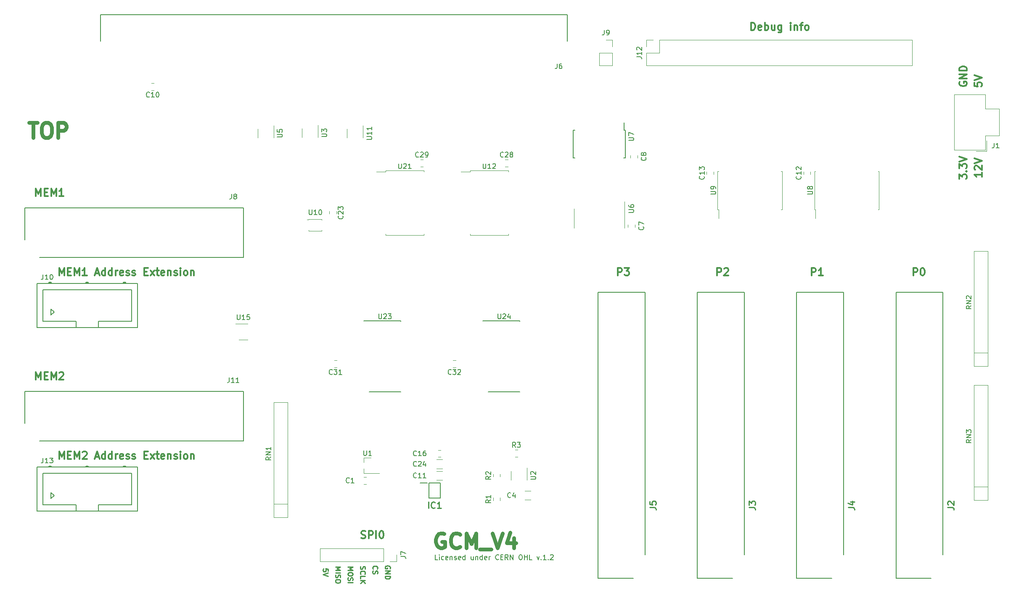
<source format=gbr>
G04 #@! TF.GenerationSoftware,KiCad,Pcbnew,(5.1.4)-1*
G04 #@! TF.CreationDate,2020-02-21T22:19:43+01:00*
G04 #@! TF.ProjectId,Project_GCM,50726f6a-6563-4745-9f47-434d2e6b6963,V4*
G04 #@! TF.SameCoordinates,PX40d9900PY1e84800*
G04 #@! TF.FileFunction,Legend,Top*
G04 #@! TF.FilePolarity,Positive*
%FSLAX46Y46*%
G04 Gerber Fmt 4.6, Leading zero omitted, Abs format (unit mm)*
G04 Created by KiCad (PCBNEW (5.1.4)-1) date 2020-02-21 22:19:43*
%MOMM*%
%LPD*%
G04 APERTURE LIST*
%ADD10C,0.150000*%
%ADD11C,0.250000*%
%ADD12C,0.300000*%
%ADD13C,0.750000*%
%ADD14C,0.120000*%
%ADD15C,0.200000*%
%ADD16C,0.254000*%
G04 APERTURE END LIST*
D10*
X87619047Y-109952380D02*
X87142857Y-109952380D01*
X87142857Y-108952380D01*
X87952380Y-109952380D02*
X87952380Y-109285714D01*
X87952380Y-108952380D02*
X87904761Y-109000000D01*
X87952380Y-109047619D01*
X88000000Y-109000000D01*
X87952380Y-108952380D01*
X87952380Y-109047619D01*
X88857142Y-109904761D02*
X88761904Y-109952380D01*
X88571428Y-109952380D01*
X88476190Y-109904761D01*
X88428571Y-109857142D01*
X88380952Y-109761904D01*
X88380952Y-109476190D01*
X88428571Y-109380952D01*
X88476190Y-109333333D01*
X88571428Y-109285714D01*
X88761904Y-109285714D01*
X88857142Y-109333333D01*
X89666666Y-109904761D02*
X89571428Y-109952380D01*
X89380952Y-109952380D01*
X89285714Y-109904761D01*
X89238095Y-109809523D01*
X89238095Y-109428571D01*
X89285714Y-109333333D01*
X89380952Y-109285714D01*
X89571428Y-109285714D01*
X89666666Y-109333333D01*
X89714285Y-109428571D01*
X89714285Y-109523809D01*
X89238095Y-109619047D01*
X90142857Y-109285714D02*
X90142857Y-109952380D01*
X90142857Y-109380952D02*
X90190476Y-109333333D01*
X90285714Y-109285714D01*
X90428571Y-109285714D01*
X90523809Y-109333333D01*
X90571428Y-109428571D01*
X90571428Y-109952380D01*
X91000000Y-109904761D02*
X91095238Y-109952380D01*
X91285714Y-109952380D01*
X91380952Y-109904761D01*
X91428571Y-109809523D01*
X91428571Y-109761904D01*
X91380952Y-109666666D01*
X91285714Y-109619047D01*
X91142857Y-109619047D01*
X91047619Y-109571428D01*
X91000000Y-109476190D01*
X91000000Y-109428571D01*
X91047619Y-109333333D01*
X91142857Y-109285714D01*
X91285714Y-109285714D01*
X91380952Y-109333333D01*
X92238095Y-109904761D02*
X92142857Y-109952380D01*
X91952380Y-109952380D01*
X91857142Y-109904761D01*
X91809523Y-109809523D01*
X91809523Y-109428571D01*
X91857142Y-109333333D01*
X91952380Y-109285714D01*
X92142857Y-109285714D01*
X92238095Y-109333333D01*
X92285714Y-109428571D01*
X92285714Y-109523809D01*
X91809523Y-109619047D01*
X93142857Y-109952380D02*
X93142857Y-108952380D01*
X93142857Y-109904761D02*
X93047619Y-109952380D01*
X92857142Y-109952380D01*
X92761904Y-109904761D01*
X92714285Y-109857142D01*
X92666666Y-109761904D01*
X92666666Y-109476190D01*
X92714285Y-109380952D01*
X92761904Y-109333333D01*
X92857142Y-109285714D01*
X93047619Y-109285714D01*
X93142857Y-109333333D01*
X94809523Y-109285714D02*
X94809523Y-109952380D01*
X94380952Y-109285714D02*
X94380952Y-109809523D01*
X94428571Y-109904761D01*
X94523809Y-109952380D01*
X94666666Y-109952380D01*
X94761904Y-109904761D01*
X94809523Y-109857142D01*
X95285714Y-109285714D02*
X95285714Y-109952380D01*
X95285714Y-109380952D02*
X95333333Y-109333333D01*
X95428571Y-109285714D01*
X95571428Y-109285714D01*
X95666666Y-109333333D01*
X95714285Y-109428571D01*
X95714285Y-109952380D01*
X96619047Y-109952380D02*
X96619047Y-108952380D01*
X96619047Y-109904761D02*
X96523809Y-109952380D01*
X96333333Y-109952380D01*
X96238095Y-109904761D01*
X96190476Y-109857142D01*
X96142857Y-109761904D01*
X96142857Y-109476190D01*
X96190476Y-109380952D01*
X96238095Y-109333333D01*
X96333333Y-109285714D01*
X96523809Y-109285714D01*
X96619047Y-109333333D01*
X97476190Y-109904761D02*
X97380952Y-109952380D01*
X97190476Y-109952380D01*
X97095238Y-109904761D01*
X97047619Y-109809523D01*
X97047619Y-109428571D01*
X97095238Y-109333333D01*
X97190476Y-109285714D01*
X97380952Y-109285714D01*
X97476190Y-109333333D01*
X97523809Y-109428571D01*
X97523809Y-109523809D01*
X97047619Y-109619047D01*
X97952380Y-109952380D02*
X97952380Y-109285714D01*
X97952380Y-109476190D02*
X98000000Y-109380952D01*
X98047619Y-109333333D01*
X98142857Y-109285714D01*
X98238095Y-109285714D01*
X99904761Y-109857142D02*
X99857142Y-109904761D01*
X99714285Y-109952380D01*
X99619047Y-109952380D01*
X99476190Y-109904761D01*
X99380952Y-109809523D01*
X99333333Y-109714285D01*
X99285714Y-109523809D01*
X99285714Y-109380952D01*
X99333333Y-109190476D01*
X99380952Y-109095238D01*
X99476190Y-109000000D01*
X99619047Y-108952380D01*
X99714285Y-108952380D01*
X99857142Y-109000000D01*
X99904761Y-109047619D01*
X100333333Y-109428571D02*
X100666666Y-109428571D01*
X100809523Y-109952380D02*
X100333333Y-109952380D01*
X100333333Y-108952380D01*
X100809523Y-108952380D01*
X101809523Y-109952380D02*
X101476190Y-109476190D01*
X101238095Y-109952380D02*
X101238095Y-108952380D01*
X101619047Y-108952380D01*
X101714285Y-109000000D01*
X101761904Y-109047619D01*
X101809523Y-109142857D01*
X101809523Y-109285714D01*
X101761904Y-109380952D01*
X101714285Y-109428571D01*
X101619047Y-109476190D01*
X101238095Y-109476190D01*
X102238095Y-109952380D02*
X102238095Y-108952380D01*
X102809523Y-109952380D01*
X102809523Y-108952380D01*
X104238095Y-108952380D02*
X104428571Y-108952380D01*
X104523809Y-109000000D01*
X104619047Y-109095238D01*
X104666666Y-109285714D01*
X104666666Y-109619047D01*
X104619047Y-109809523D01*
X104523809Y-109904761D01*
X104428571Y-109952380D01*
X104238095Y-109952380D01*
X104142857Y-109904761D01*
X104047619Y-109809523D01*
X104000000Y-109619047D01*
X104000000Y-109285714D01*
X104047619Y-109095238D01*
X104142857Y-109000000D01*
X104238095Y-108952380D01*
X105095238Y-109952380D02*
X105095238Y-108952380D01*
X105095238Y-109428571D02*
X105666666Y-109428571D01*
X105666666Y-109952380D02*
X105666666Y-108952380D01*
X106619047Y-109952380D02*
X106142857Y-109952380D01*
X106142857Y-108952380D01*
X107619047Y-109285714D02*
X107857142Y-109952380D01*
X108095238Y-109285714D01*
X108476190Y-109857142D02*
X108523809Y-109904761D01*
X108476190Y-109952380D01*
X108428571Y-109904761D01*
X108476190Y-109857142D01*
X108476190Y-109952380D01*
X109476190Y-109952380D02*
X108904761Y-109952380D01*
X109190476Y-109952380D02*
X109190476Y-108952380D01*
X109095238Y-109095238D01*
X109000000Y-109190476D01*
X108904761Y-109238095D01*
X109904761Y-109857142D02*
X109952380Y-109904761D01*
X109904761Y-109952380D01*
X109857142Y-109904761D01*
X109904761Y-109857142D01*
X109904761Y-109952380D01*
X110333333Y-109047619D02*
X110380952Y-109000000D01*
X110476190Y-108952380D01*
X110714285Y-108952380D01*
X110809523Y-109000000D01*
X110857142Y-109047619D01*
X110904761Y-109142857D01*
X110904761Y-109238095D01*
X110857142Y-109380952D01*
X110285714Y-109952380D01*
X110904761Y-109952380D01*
D11*
X78000000Y-111738095D02*
X78047619Y-111642857D01*
X78047619Y-111500000D01*
X78000000Y-111357142D01*
X77904761Y-111261904D01*
X77809523Y-111214285D01*
X77619047Y-111166666D01*
X77476190Y-111166666D01*
X77285714Y-111214285D01*
X77190476Y-111261904D01*
X77095238Y-111357142D01*
X77047619Y-111500000D01*
X77047619Y-111595238D01*
X77095238Y-111738095D01*
X77142857Y-111785714D01*
X77476190Y-111785714D01*
X77476190Y-111595238D01*
X77047619Y-112214285D02*
X78047619Y-112214285D01*
X77047619Y-112785714D01*
X78047619Y-112785714D01*
X77047619Y-113261904D02*
X78047619Y-113261904D01*
X78047619Y-113500000D01*
X78000000Y-113642857D01*
X77904761Y-113738095D01*
X77809523Y-113785714D01*
X77619047Y-113833333D01*
X77476190Y-113833333D01*
X77285714Y-113785714D01*
X77190476Y-113738095D01*
X77095238Y-113642857D01*
X77047619Y-113500000D01*
X77047619Y-113261904D01*
X65547619Y-112309523D02*
X65547619Y-111833333D01*
X65071428Y-111785714D01*
X65119047Y-111833333D01*
X65166666Y-111928571D01*
X65166666Y-112166666D01*
X65119047Y-112261904D01*
X65071428Y-112309523D01*
X64976190Y-112357142D01*
X64738095Y-112357142D01*
X64642857Y-112309523D01*
X64595238Y-112261904D01*
X64547619Y-112166666D01*
X64547619Y-111928571D01*
X64595238Y-111833333D01*
X64642857Y-111785714D01*
X65547619Y-112642857D02*
X64547619Y-112976190D01*
X65547619Y-113309523D01*
X74642857Y-111833333D02*
X74595238Y-111785714D01*
X74547619Y-111642857D01*
X74547619Y-111547619D01*
X74595238Y-111404761D01*
X74690476Y-111309523D01*
X74785714Y-111261904D01*
X74976190Y-111214285D01*
X75119047Y-111214285D01*
X75309523Y-111261904D01*
X75404761Y-111309523D01*
X75500000Y-111404761D01*
X75547619Y-111547619D01*
X75547619Y-111642857D01*
X75500000Y-111785714D01*
X75452380Y-111833333D01*
X74595238Y-112214285D02*
X74547619Y-112357142D01*
X74547619Y-112595238D01*
X74595238Y-112690476D01*
X74642857Y-112738095D01*
X74738095Y-112785714D01*
X74833333Y-112785714D01*
X74928571Y-112738095D01*
X74976190Y-112690476D01*
X75023809Y-112595238D01*
X75071428Y-112404761D01*
X75119047Y-112309523D01*
X75166666Y-112261904D01*
X75261904Y-112214285D01*
X75357142Y-112214285D01*
X75452380Y-112261904D01*
X75500000Y-112309523D01*
X75547619Y-112404761D01*
X75547619Y-112642857D01*
X75500000Y-112785714D01*
X72095238Y-111309523D02*
X72047619Y-111452380D01*
X72047619Y-111690476D01*
X72095238Y-111785714D01*
X72142857Y-111833333D01*
X72238095Y-111880952D01*
X72333333Y-111880952D01*
X72428571Y-111833333D01*
X72476190Y-111785714D01*
X72523809Y-111690476D01*
X72571428Y-111500000D01*
X72619047Y-111404761D01*
X72666666Y-111357142D01*
X72761904Y-111309523D01*
X72857142Y-111309523D01*
X72952380Y-111357142D01*
X73000000Y-111404761D01*
X73047619Y-111500000D01*
X73047619Y-111738095D01*
X73000000Y-111880952D01*
X72142857Y-112880952D02*
X72095238Y-112833333D01*
X72047619Y-112690476D01*
X72047619Y-112595238D01*
X72095238Y-112452380D01*
X72190476Y-112357142D01*
X72285714Y-112309523D01*
X72476190Y-112261904D01*
X72619047Y-112261904D01*
X72809523Y-112309523D01*
X72904761Y-112357142D01*
X73000000Y-112452380D01*
X73047619Y-112595238D01*
X73047619Y-112690476D01*
X73000000Y-112833333D01*
X72952380Y-112880952D01*
X72047619Y-113785714D02*
X72047619Y-113309523D01*
X73047619Y-113309523D01*
X72047619Y-114119047D02*
X73047619Y-114119047D01*
X72047619Y-114690476D02*
X72619047Y-114261904D01*
X73047619Y-114690476D02*
X72476190Y-114119047D01*
X69547619Y-111428571D02*
X70547619Y-111428571D01*
X69833333Y-111761904D01*
X70547619Y-112095238D01*
X69547619Y-112095238D01*
X70547619Y-112761904D02*
X70547619Y-112952380D01*
X70500000Y-113047619D01*
X70404761Y-113142857D01*
X70214285Y-113190476D01*
X69880952Y-113190476D01*
X69690476Y-113142857D01*
X69595238Y-113047619D01*
X69547619Y-112952380D01*
X69547619Y-112761904D01*
X69595238Y-112666666D01*
X69690476Y-112571428D01*
X69880952Y-112523809D01*
X70214285Y-112523809D01*
X70404761Y-112571428D01*
X70500000Y-112666666D01*
X70547619Y-112761904D01*
X69595238Y-113571428D02*
X69547619Y-113714285D01*
X69547619Y-113952380D01*
X69595238Y-114047619D01*
X69642857Y-114095238D01*
X69738095Y-114142857D01*
X69833333Y-114142857D01*
X69928571Y-114095238D01*
X69976190Y-114047619D01*
X70023809Y-113952380D01*
X70071428Y-113761904D01*
X70119047Y-113666666D01*
X70166666Y-113619047D01*
X70261904Y-113571428D01*
X70357142Y-113571428D01*
X70452380Y-113619047D01*
X70500000Y-113666666D01*
X70547619Y-113761904D01*
X70547619Y-114000000D01*
X70500000Y-114142857D01*
X69547619Y-114571428D02*
X70547619Y-114571428D01*
X67047619Y-111428571D02*
X68047619Y-111428571D01*
X67333333Y-111761904D01*
X68047619Y-112095238D01*
X67047619Y-112095238D01*
X67047619Y-112571428D02*
X68047619Y-112571428D01*
X67095238Y-113000000D02*
X67047619Y-113142857D01*
X67047619Y-113380952D01*
X67095238Y-113476190D01*
X67142857Y-113523809D01*
X67238095Y-113571428D01*
X67333333Y-113571428D01*
X67428571Y-113523809D01*
X67476190Y-113476190D01*
X67523809Y-113380952D01*
X67571428Y-113190476D01*
X67619047Y-113095238D01*
X67666666Y-113047619D01*
X67761904Y-113000000D01*
X67857142Y-113000000D01*
X67952380Y-113047619D01*
X68000000Y-113095238D01*
X68047619Y-113190476D01*
X68047619Y-113428571D01*
X68000000Y-113571428D01*
X68047619Y-114190476D02*
X68047619Y-114380952D01*
X68000000Y-114476190D01*
X67904761Y-114571428D01*
X67714285Y-114619047D01*
X67380952Y-114619047D01*
X67190476Y-114571428D01*
X67095238Y-114476190D01*
X67047619Y-114380952D01*
X67047619Y-114190476D01*
X67095238Y-114095238D01*
X67190476Y-114000000D01*
X67380952Y-113952380D01*
X67714285Y-113952380D01*
X67904761Y-114000000D01*
X68000000Y-114095238D01*
X68047619Y-114190476D01*
D12*
X72250000Y-105607142D02*
X72464285Y-105678571D01*
X72821428Y-105678571D01*
X72964285Y-105607142D01*
X73035714Y-105535714D01*
X73107142Y-105392857D01*
X73107142Y-105250000D01*
X73035714Y-105107142D01*
X72964285Y-105035714D01*
X72821428Y-104964285D01*
X72535714Y-104892857D01*
X72392857Y-104821428D01*
X72321428Y-104750000D01*
X72250000Y-104607142D01*
X72250000Y-104464285D01*
X72321428Y-104321428D01*
X72392857Y-104250000D01*
X72535714Y-104178571D01*
X72892857Y-104178571D01*
X73107142Y-104250000D01*
X73750000Y-105678571D02*
X73750000Y-104178571D01*
X74321428Y-104178571D01*
X74464285Y-104250000D01*
X74535714Y-104321428D01*
X74607142Y-104464285D01*
X74607142Y-104678571D01*
X74535714Y-104821428D01*
X74464285Y-104892857D01*
X74321428Y-104964285D01*
X73750000Y-104964285D01*
X75250000Y-105678571D02*
X75250000Y-104178571D01*
X76250000Y-104178571D02*
X76392857Y-104178571D01*
X76535714Y-104250000D01*
X76607142Y-104321428D01*
X76678571Y-104464285D01*
X76750000Y-104750000D01*
X76750000Y-105107142D01*
X76678571Y-105392857D01*
X76607142Y-105535714D01*
X76535714Y-105607142D01*
X76392857Y-105678571D01*
X76250000Y-105678571D01*
X76107142Y-105607142D01*
X76035714Y-105535714D01*
X75964285Y-105392857D01*
X75892857Y-105107142D01*
X75892857Y-104750000D01*
X75964285Y-104464285D01*
X76035714Y-104321428D01*
X76107142Y-104250000D01*
X76250000Y-104178571D01*
X192750000Y-13642857D02*
X192678571Y-13785714D01*
X192678571Y-14000000D01*
X192750000Y-14214285D01*
X192892857Y-14357142D01*
X193035714Y-14428571D01*
X193321428Y-14500000D01*
X193535714Y-14500000D01*
X193821428Y-14428571D01*
X193964285Y-14357142D01*
X194107142Y-14214285D01*
X194178571Y-14000000D01*
X194178571Y-13857142D01*
X194107142Y-13642857D01*
X194035714Y-13571428D01*
X193535714Y-13571428D01*
X193535714Y-13857142D01*
X194178571Y-12928571D02*
X192678571Y-12928571D01*
X194178571Y-12071428D01*
X192678571Y-12071428D01*
X194178571Y-11357142D02*
X192678571Y-11357142D01*
X192678571Y-11000000D01*
X192750000Y-10785714D01*
X192892857Y-10642857D01*
X193035714Y-10571428D01*
X193321428Y-10500000D01*
X193535714Y-10500000D01*
X193821428Y-10571428D01*
X193964285Y-10642857D01*
X194107142Y-10785714D01*
X194178571Y-11000000D01*
X194178571Y-11357142D01*
X197178571Y-31928571D02*
X197178571Y-32785714D01*
X197178571Y-32357142D02*
X195678571Y-32357142D01*
X195892857Y-32500000D01*
X196035714Y-32642857D01*
X196107142Y-32785714D01*
X195821428Y-31357142D02*
X195750000Y-31285714D01*
X195678571Y-31142857D01*
X195678571Y-30785714D01*
X195750000Y-30642857D01*
X195821428Y-30571428D01*
X195964285Y-30500000D01*
X196107142Y-30500000D01*
X196321428Y-30571428D01*
X197178571Y-31428571D01*
X197178571Y-30500000D01*
X195678571Y-30071428D02*
X197178571Y-29571428D01*
X195678571Y-29071428D01*
X192678571Y-33214285D02*
X192678571Y-32285714D01*
X193250000Y-32785714D01*
X193250000Y-32571428D01*
X193321428Y-32428571D01*
X193392857Y-32357142D01*
X193535714Y-32285714D01*
X193892857Y-32285714D01*
X194035714Y-32357142D01*
X194107142Y-32428571D01*
X194178571Y-32571428D01*
X194178571Y-33000000D01*
X194107142Y-33142857D01*
X194035714Y-33214285D01*
X194035714Y-31642857D02*
X194107142Y-31571428D01*
X194178571Y-31642857D01*
X194107142Y-31714285D01*
X194035714Y-31642857D01*
X194178571Y-31642857D01*
X192678571Y-31071428D02*
X192678571Y-30142857D01*
X193250000Y-30642857D01*
X193250000Y-30428571D01*
X193321428Y-30285714D01*
X193392857Y-30214285D01*
X193535714Y-30142857D01*
X193892857Y-30142857D01*
X194035714Y-30214285D01*
X194107142Y-30285714D01*
X194178571Y-30428571D01*
X194178571Y-30857142D01*
X194107142Y-31000000D01*
X194035714Y-31071428D01*
X192678571Y-29714285D02*
X194178571Y-29214285D01*
X192678571Y-28714285D01*
X195678571Y-13785714D02*
X195678571Y-14500000D01*
X196392857Y-14571428D01*
X196321428Y-14500000D01*
X196250000Y-14357142D01*
X196250000Y-14000000D01*
X196321428Y-13857142D01*
X196392857Y-13785714D01*
X196535714Y-13714285D01*
X196892857Y-13714285D01*
X197035714Y-13785714D01*
X197107142Y-13857142D01*
X197178571Y-14000000D01*
X197178571Y-14357142D01*
X197107142Y-14500000D01*
X197035714Y-14571428D01*
X195678571Y-13285714D02*
X197178571Y-12785714D01*
X195678571Y-12285714D01*
X150714285Y-3178571D02*
X150714285Y-1678571D01*
X151071428Y-1678571D01*
X151285714Y-1750000D01*
X151428571Y-1892857D01*
X151500000Y-2035714D01*
X151571428Y-2321428D01*
X151571428Y-2535714D01*
X151500000Y-2821428D01*
X151428571Y-2964285D01*
X151285714Y-3107142D01*
X151071428Y-3178571D01*
X150714285Y-3178571D01*
X152785714Y-3107142D02*
X152642857Y-3178571D01*
X152357142Y-3178571D01*
X152214285Y-3107142D01*
X152142857Y-2964285D01*
X152142857Y-2392857D01*
X152214285Y-2250000D01*
X152357142Y-2178571D01*
X152642857Y-2178571D01*
X152785714Y-2250000D01*
X152857142Y-2392857D01*
X152857142Y-2535714D01*
X152142857Y-2678571D01*
X153500000Y-3178571D02*
X153500000Y-1678571D01*
X153500000Y-2250000D02*
X153642857Y-2178571D01*
X153928571Y-2178571D01*
X154071428Y-2250000D01*
X154142857Y-2321428D01*
X154214285Y-2464285D01*
X154214285Y-2892857D01*
X154142857Y-3035714D01*
X154071428Y-3107142D01*
X153928571Y-3178571D01*
X153642857Y-3178571D01*
X153500000Y-3107142D01*
X155500000Y-2178571D02*
X155500000Y-3178571D01*
X154857142Y-2178571D02*
X154857142Y-2964285D01*
X154928571Y-3107142D01*
X155071428Y-3178571D01*
X155285714Y-3178571D01*
X155428571Y-3107142D01*
X155500000Y-3035714D01*
X156857142Y-2178571D02*
X156857142Y-3392857D01*
X156785714Y-3535714D01*
X156714285Y-3607142D01*
X156571428Y-3678571D01*
X156357142Y-3678571D01*
X156214285Y-3607142D01*
X156857142Y-3107142D02*
X156714285Y-3178571D01*
X156428571Y-3178571D01*
X156285714Y-3107142D01*
X156214285Y-3035714D01*
X156142857Y-2892857D01*
X156142857Y-2464285D01*
X156214285Y-2321428D01*
X156285714Y-2250000D01*
X156428571Y-2178571D01*
X156714285Y-2178571D01*
X156857142Y-2250000D01*
X158714285Y-3178571D02*
X158714285Y-2178571D01*
X158714285Y-1678571D02*
X158642857Y-1750000D01*
X158714285Y-1821428D01*
X158785714Y-1750000D01*
X158714285Y-1678571D01*
X158714285Y-1821428D01*
X159428571Y-2178571D02*
X159428571Y-3178571D01*
X159428571Y-2321428D02*
X159500000Y-2250000D01*
X159642857Y-2178571D01*
X159857142Y-2178571D01*
X160000000Y-2250000D01*
X160071428Y-2392857D01*
X160071428Y-3178571D01*
X160571428Y-2178571D02*
X161142857Y-2178571D01*
X160785714Y-3178571D02*
X160785714Y-1892857D01*
X160857142Y-1750000D01*
X161000000Y-1678571D01*
X161142857Y-1678571D01*
X161857142Y-3178571D02*
X161714285Y-3107142D01*
X161642857Y-3035714D01*
X161571428Y-2892857D01*
X161571428Y-2464285D01*
X161642857Y-2321428D01*
X161714285Y-2250000D01*
X161857142Y-2178571D01*
X162071428Y-2178571D01*
X162214285Y-2250000D01*
X162285714Y-2321428D01*
X162357142Y-2464285D01*
X162357142Y-2892857D01*
X162285714Y-3035714D01*
X162214285Y-3107142D01*
X162071428Y-3178571D01*
X161857142Y-3178571D01*
X11428571Y-52678571D02*
X11428571Y-51178571D01*
X11928571Y-52250000D01*
X12428571Y-51178571D01*
X12428571Y-52678571D01*
X13142857Y-51892857D02*
X13642857Y-51892857D01*
X13857142Y-52678571D02*
X13142857Y-52678571D01*
X13142857Y-51178571D01*
X13857142Y-51178571D01*
X14500000Y-52678571D02*
X14500000Y-51178571D01*
X15000000Y-52250000D01*
X15500000Y-51178571D01*
X15500000Y-52678571D01*
X17000000Y-52678571D02*
X16142857Y-52678571D01*
X16571428Y-52678571D02*
X16571428Y-51178571D01*
X16428571Y-51392857D01*
X16285714Y-51535714D01*
X16142857Y-51607142D01*
X18714285Y-52250000D02*
X19428571Y-52250000D01*
X18571428Y-52678571D02*
X19071428Y-51178571D01*
X19571428Y-52678571D01*
X20714285Y-52678571D02*
X20714285Y-51178571D01*
X20714285Y-52607142D02*
X20571428Y-52678571D01*
X20285714Y-52678571D01*
X20142857Y-52607142D01*
X20071428Y-52535714D01*
X20000000Y-52392857D01*
X20000000Y-51964285D01*
X20071428Y-51821428D01*
X20142857Y-51750000D01*
X20285714Y-51678571D01*
X20571428Y-51678571D01*
X20714285Y-51750000D01*
X22071428Y-52678571D02*
X22071428Y-51178571D01*
X22071428Y-52607142D02*
X21928571Y-52678571D01*
X21642857Y-52678571D01*
X21500000Y-52607142D01*
X21428571Y-52535714D01*
X21357142Y-52392857D01*
X21357142Y-51964285D01*
X21428571Y-51821428D01*
X21500000Y-51750000D01*
X21642857Y-51678571D01*
X21928571Y-51678571D01*
X22071428Y-51750000D01*
X22785714Y-52678571D02*
X22785714Y-51678571D01*
X22785714Y-51964285D02*
X22857142Y-51821428D01*
X22928571Y-51750000D01*
X23071428Y-51678571D01*
X23214285Y-51678571D01*
X24285714Y-52607142D02*
X24142857Y-52678571D01*
X23857142Y-52678571D01*
X23714285Y-52607142D01*
X23642857Y-52464285D01*
X23642857Y-51892857D01*
X23714285Y-51750000D01*
X23857142Y-51678571D01*
X24142857Y-51678571D01*
X24285714Y-51750000D01*
X24357142Y-51892857D01*
X24357142Y-52035714D01*
X23642857Y-52178571D01*
X24928571Y-52607142D02*
X25071428Y-52678571D01*
X25357142Y-52678571D01*
X25500000Y-52607142D01*
X25571428Y-52464285D01*
X25571428Y-52392857D01*
X25500000Y-52250000D01*
X25357142Y-52178571D01*
X25142857Y-52178571D01*
X25000000Y-52107142D01*
X24928571Y-51964285D01*
X24928571Y-51892857D01*
X25000000Y-51750000D01*
X25142857Y-51678571D01*
X25357142Y-51678571D01*
X25500000Y-51750000D01*
X26142857Y-52607142D02*
X26285714Y-52678571D01*
X26571428Y-52678571D01*
X26714285Y-52607142D01*
X26785714Y-52464285D01*
X26785714Y-52392857D01*
X26714285Y-52250000D01*
X26571428Y-52178571D01*
X26357142Y-52178571D01*
X26214285Y-52107142D01*
X26142857Y-51964285D01*
X26142857Y-51892857D01*
X26214285Y-51750000D01*
X26357142Y-51678571D01*
X26571428Y-51678571D01*
X26714285Y-51750000D01*
X28571428Y-51892857D02*
X29071428Y-51892857D01*
X29285714Y-52678571D02*
X28571428Y-52678571D01*
X28571428Y-51178571D01*
X29285714Y-51178571D01*
X29785714Y-52678571D02*
X30571428Y-51678571D01*
X29785714Y-51678571D02*
X30571428Y-52678571D01*
X30928571Y-51678571D02*
X31500000Y-51678571D01*
X31142857Y-51178571D02*
X31142857Y-52464285D01*
X31214285Y-52607142D01*
X31357142Y-52678571D01*
X31500000Y-52678571D01*
X32571428Y-52607142D02*
X32428571Y-52678571D01*
X32142857Y-52678571D01*
X32000000Y-52607142D01*
X31928571Y-52464285D01*
X31928571Y-51892857D01*
X32000000Y-51750000D01*
X32142857Y-51678571D01*
X32428571Y-51678571D01*
X32571428Y-51750000D01*
X32642857Y-51892857D01*
X32642857Y-52035714D01*
X31928571Y-52178571D01*
X33285714Y-51678571D02*
X33285714Y-52678571D01*
X33285714Y-51821428D02*
X33357142Y-51750000D01*
X33500000Y-51678571D01*
X33714285Y-51678571D01*
X33857142Y-51750000D01*
X33928571Y-51892857D01*
X33928571Y-52678571D01*
X34571428Y-52607142D02*
X34714285Y-52678571D01*
X35000000Y-52678571D01*
X35142857Y-52607142D01*
X35214285Y-52464285D01*
X35214285Y-52392857D01*
X35142857Y-52250000D01*
X35000000Y-52178571D01*
X34785714Y-52178571D01*
X34642857Y-52107142D01*
X34571428Y-51964285D01*
X34571428Y-51892857D01*
X34642857Y-51750000D01*
X34785714Y-51678571D01*
X35000000Y-51678571D01*
X35142857Y-51750000D01*
X35857142Y-52678571D02*
X35857142Y-51678571D01*
X35857142Y-51178571D02*
X35785714Y-51250000D01*
X35857142Y-51321428D01*
X35928571Y-51250000D01*
X35857142Y-51178571D01*
X35857142Y-51321428D01*
X36785714Y-52678571D02*
X36642857Y-52607142D01*
X36571428Y-52535714D01*
X36500000Y-52392857D01*
X36500000Y-51964285D01*
X36571428Y-51821428D01*
X36642857Y-51750000D01*
X36785714Y-51678571D01*
X37000000Y-51678571D01*
X37142857Y-51750000D01*
X37214285Y-51821428D01*
X37285714Y-51964285D01*
X37285714Y-52392857D01*
X37214285Y-52535714D01*
X37142857Y-52607142D01*
X37000000Y-52678571D01*
X36785714Y-52678571D01*
X37928571Y-51678571D02*
X37928571Y-52678571D01*
X37928571Y-51821428D02*
X38000000Y-51750000D01*
X38142857Y-51678571D01*
X38357142Y-51678571D01*
X38500000Y-51750000D01*
X38571428Y-51892857D01*
X38571428Y-52678571D01*
X11428571Y-89678571D02*
X11428571Y-88178571D01*
X11928571Y-89250000D01*
X12428571Y-88178571D01*
X12428571Y-89678571D01*
X13142857Y-88892857D02*
X13642857Y-88892857D01*
X13857142Y-89678571D02*
X13142857Y-89678571D01*
X13142857Y-88178571D01*
X13857142Y-88178571D01*
X14500000Y-89678571D02*
X14500000Y-88178571D01*
X15000000Y-89250000D01*
X15500000Y-88178571D01*
X15500000Y-89678571D01*
X16142857Y-88321428D02*
X16214285Y-88250000D01*
X16357142Y-88178571D01*
X16714285Y-88178571D01*
X16857142Y-88250000D01*
X16928571Y-88321428D01*
X17000000Y-88464285D01*
X17000000Y-88607142D01*
X16928571Y-88821428D01*
X16071428Y-89678571D01*
X17000000Y-89678571D01*
X18714285Y-89250000D02*
X19428571Y-89250000D01*
X18571428Y-89678571D02*
X19071428Y-88178571D01*
X19571428Y-89678571D01*
X20714285Y-89678571D02*
X20714285Y-88178571D01*
X20714285Y-89607142D02*
X20571428Y-89678571D01*
X20285714Y-89678571D01*
X20142857Y-89607142D01*
X20071428Y-89535714D01*
X20000000Y-89392857D01*
X20000000Y-88964285D01*
X20071428Y-88821428D01*
X20142857Y-88750000D01*
X20285714Y-88678571D01*
X20571428Y-88678571D01*
X20714285Y-88750000D01*
X22071428Y-89678571D02*
X22071428Y-88178571D01*
X22071428Y-89607142D02*
X21928571Y-89678571D01*
X21642857Y-89678571D01*
X21500000Y-89607142D01*
X21428571Y-89535714D01*
X21357142Y-89392857D01*
X21357142Y-88964285D01*
X21428571Y-88821428D01*
X21500000Y-88750000D01*
X21642857Y-88678571D01*
X21928571Y-88678571D01*
X22071428Y-88750000D01*
X22785714Y-89678571D02*
X22785714Y-88678571D01*
X22785714Y-88964285D02*
X22857142Y-88821428D01*
X22928571Y-88750000D01*
X23071428Y-88678571D01*
X23214285Y-88678571D01*
X24285714Y-89607142D02*
X24142857Y-89678571D01*
X23857142Y-89678571D01*
X23714285Y-89607142D01*
X23642857Y-89464285D01*
X23642857Y-88892857D01*
X23714285Y-88750000D01*
X23857142Y-88678571D01*
X24142857Y-88678571D01*
X24285714Y-88750000D01*
X24357142Y-88892857D01*
X24357142Y-89035714D01*
X23642857Y-89178571D01*
X24928571Y-89607142D02*
X25071428Y-89678571D01*
X25357142Y-89678571D01*
X25500000Y-89607142D01*
X25571428Y-89464285D01*
X25571428Y-89392857D01*
X25500000Y-89250000D01*
X25357142Y-89178571D01*
X25142857Y-89178571D01*
X25000000Y-89107142D01*
X24928571Y-88964285D01*
X24928571Y-88892857D01*
X25000000Y-88750000D01*
X25142857Y-88678571D01*
X25357142Y-88678571D01*
X25500000Y-88750000D01*
X26142857Y-89607142D02*
X26285714Y-89678571D01*
X26571428Y-89678571D01*
X26714285Y-89607142D01*
X26785714Y-89464285D01*
X26785714Y-89392857D01*
X26714285Y-89250000D01*
X26571428Y-89178571D01*
X26357142Y-89178571D01*
X26214285Y-89107142D01*
X26142857Y-88964285D01*
X26142857Y-88892857D01*
X26214285Y-88750000D01*
X26357142Y-88678571D01*
X26571428Y-88678571D01*
X26714285Y-88750000D01*
X28571428Y-88892857D02*
X29071428Y-88892857D01*
X29285714Y-89678571D02*
X28571428Y-89678571D01*
X28571428Y-88178571D01*
X29285714Y-88178571D01*
X29785714Y-89678571D02*
X30571428Y-88678571D01*
X29785714Y-88678571D02*
X30571428Y-89678571D01*
X30928571Y-88678571D02*
X31500000Y-88678571D01*
X31142857Y-88178571D02*
X31142857Y-89464285D01*
X31214285Y-89607142D01*
X31357142Y-89678571D01*
X31500000Y-89678571D01*
X32571428Y-89607142D02*
X32428571Y-89678571D01*
X32142857Y-89678571D01*
X32000000Y-89607142D01*
X31928571Y-89464285D01*
X31928571Y-88892857D01*
X32000000Y-88750000D01*
X32142857Y-88678571D01*
X32428571Y-88678571D01*
X32571428Y-88750000D01*
X32642857Y-88892857D01*
X32642857Y-89035714D01*
X31928571Y-89178571D01*
X33285714Y-88678571D02*
X33285714Y-89678571D01*
X33285714Y-88821428D02*
X33357142Y-88750000D01*
X33500000Y-88678571D01*
X33714285Y-88678571D01*
X33857142Y-88750000D01*
X33928571Y-88892857D01*
X33928571Y-89678571D01*
X34571428Y-89607142D02*
X34714285Y-89678571D01*
X35000000Y-89678571D01*
X35142857Y-89607142D01*
X35214285Y-89464285D01*
X35214285Y-89392857D01*
X35142857Y-89250000D01*
X35000000Y-89178571D01*
X34785714Y-89178571D01*
X34642857Y-89107142D01*
X34571428Y-88964285D01*
X34571428Y-88892857D01*
X34642857Y-88750000D01*
X34785714Y-88678571D01*
X35000000Y-88678571D01*
X35142857Y-88750000D01*
X35857142Y-89678571D02*
X35857142Y-88678571D01*
X35857142Y-88178571D02*
X35785714Y-88250000D01*
X35857142Y-88321428D01*
X35928571Y-88250000D01*
X35857142Y-88178571D01*
X35857142Y-88321428D01*
X36785714Y-89678571D02*
X36642857Y-89607142D01*
X36571428Y-89535714D01*
X36500000Y-89392857D01*
X36500000Y-88964285D01*
X36571428Y-88821428D01*
X36642857Y-88750000D01*
X36785714Y-88678571D01*
X37000000Y-88678571D01*
X37142857Y-88750000D01*
X37214285Y-88821428D01*
X37285714Y-88964285D01*
X37285714Y-89392857D01*
X37214285Y-89535714D01*
X37142857Y-89607142D01*
X37000000Y-89678571D01*
X36785714Y-89678571D01*
X37928571Y-88678571D02*
X37928571Y-89678571D01*
X37928571Y-88821428D02*
X38000000Y-88750000D01*
X38142857Y-88678571D01*
X38357142Y-88678571D01*
X38500000Y-88750000D01*
X38571428Y-88892857D01*
X38571428Y-89678571D01*
X6750000Y-36678571D02*
X6750000Y-35178571D01*
X7250000Y-36250000D01*
X7750000Y-35178571D01*
X7750000Y-36678571D01*
X8464285Y-35892857D02*
X8964285Y-35892857D01*
X9178571Y-36678571D02*
X8464285Y-36678571D01*
X8464285Y-35178571D01*
X9178571Y-35178571D01*
X9821428Y-36678571D02*
X9821428Y-35178571D01*
X10321428Y-36250000D01*
X10821428Y-35178571D01*
X10821428Y-36678571D01*
X12321428Y-36678571D02*
X11464285Y-36678571D01*
X11892857Y-36678571D02*
X11892857Y-35178571D01*
X11750000Y-35392857D01*
X11607142Y-35535714D01*
X11464285Y-35607142D01*
X6750000Y-73678571D02*
X6750000Y-72178571D01*
X7250000Y-73250000D01*
X7750000Y-72178571D01*
X7750000Y-73678571D01*
X8464285Y-72892857D02*
X8964285Y-72892857D01*
X9178571Y-73678571D02*
X8464285Y-73678571D01*
X8464285Y-72178571D01*
X9178571Y-72178571D01*
X9821428Y-73678571D02*
X9821428Y-72178571D01*
X10321428Y-73250000D01*
X10821428Y-72178571D01*
X10821428Y-73678571D01*
X11464285Y-72321428D02*
X11535714Y-72250000D01*
X11678571Y-72178571D01*
X12035714Y-72178571D01*
X12178571Y-72250000D01*
X12250000Y-72321428D01*
X12321428Y-72464285D01*
X12321428Y-72607142D01*
X12250000Y-72821428D01*
X11392857Y-73678571D01*
X12321428Y-73678571D01*
X123892857Y-52678571D02*
X123892857Y-51178571D01*
X124464285Y-51178571D01*
X124607142Y-51250000D01*
X124678571Y-51321428D01*
X124750000Y-51464285D01*
X124750000Y-51678571D01*
X124678571Y-51821428D01*
X124607142Y-51892857D01*
X124464285Y-51964285D01*
X123892857Y-51964285D01*
X125250000Y-51178571D02*
X126178571Y-51178571D01*
X125678571Y-51750000D01*
X125892857Y-51750000D01*
X126035714Y-51821428D01*
X126107142Y-51892857D01*
X126178571Y-52035714D01*
X126178571Y-52392857D01*
X126107142Y-52535714D01*
X126035714Y-52607142D01*
X125892857Y-52678571D01*
X125464285Y-52678571D01*
X125321428Y-52607142D01*
X125250000Y-52535714D01*
X143892857Y-52678571D02*
X143892857Y-51178571D01*
X144464285Y-51178571D01*
X144607142Y-51250000D01*
X144678571Y-51321428D01*
X144750000Y-51464285D01*
X144750000Y-51678571D01*
X144678571Y-51821428D01*
X144607142Y-51892857D01*
X144464285Y-51964285D01*
X143892857Y-51964285D01*
X145321428Y-51321428D02*
X145392857Y-51250000D01*
X145535714Y-51178571D01*
X145892857Y-51178571D01*
X146035714Y-51250000D01*
X146107142Y-51321428D01*
X146178571Y-51464285D01*
X146178571Y-51607142D01*
X146107142Y-51821428D01*
X145250000Y-52678571D01*
X146178571Y-52678571D01*
X162892857Y-52678571D02*
X162892857Y-51178571D01*
X163464285Y-51178571D01*
X163607142Y-51250000D01*
X163678571Y-51321428D01*
X163750000Y-51464285D01*
X163750000Y-51678571D01*
X163678571Y-51821428D01*
X163607142Y-51892857D01*
X163464285Y-51964285D01*
X162892857Y-51964285D01*
X165178571Y-52678571D02*
X164321428Y-52678571D01*
X164750000Y-52678571D02*
X164750000Y-51178571D01*
X164607142Y-51392857D01*
X164464285Y-51535714D01*
X164321428Y-51607142D01*
X183392857Y-52678571D02*
X183392857Y-51178571D01*
X183964285Y-51178571D01*
X184107142Y-51250000D01*
X184178571Y-51321428D01*
X184250000Y-51464285D01*
X184250000Y-51678571D01*
X184178571Y-51821428D01*
X184107142Y-51892857D01*
X183964285Y-51964285D01*
X183392857Y-51964285D01*
X185178571Y-51178571D02*
X185321428Y-51178571D01*
X185464285Y-51250000D01*
X185535714Y-51321428D01*
X185607142Y-51464285D01*
X185678571Y-51750000D01*
X185678571Y-52107142D01*
X185607142Y-52392857D01*
X185535714Y-52535714D01*
X185464285Y-52607142D01*
X185321428Y-52678571D01*
X185178571Y-52678571D01*
X185035714Y-52607142D01*
X184964285Y-52535714D01*
X184892857Y-52392857D01*
X184821428Y-52107142D01*
X184821428Y-51750000D01*
X184892857Y-51464285D01*
X184964285Y-51321428D01*
X185035714Y-51250000D01*
X185178571Y-51178571D01*
D13*
X88964285Y-104750000D02*
X88678571Y-104607142D01*
X88250000Y-104607142D01*
X87821428Y-104750000D01*
X87535714Y-105035714D01*
X87392857Y-105321428D01*
X87250000Y-105892857D01*
X87250000Y-106321428D01*
X87392857Y-106892857D01*
X87535714Y-107178571D01*
X87821428Y-107464285D01*
X88250000Y-107607142D01*
X88535714Y-107607142D01*
X88964285Y-107464285D01*
X89107142Y-107321428D01*
X89107142Y-106321428D01*
X88535714Y-106321428D01*
X92107142Y-107321428D02*
X91964285Y-107464285D01*
X91535714Y-107607142D01*
X91250000Y-107607142D01*
X90821428Y-107464285D01*
X90535714Y-107178571D01*
X90392857Y-106892857D01*
X90250000Y-106321428D01*
X90250000Y-105892857D01*
X90392857Y-105321428D01*
X90535714Y-105035714D01*
X90821428Y-104750000D01*
X91250000Y-104607142D01*
X91535714Y-104607142D01*
X91964285Y-104750000D01*
X92107142Y-104892857D01*
X93392857Y-107607142D02*
X93392857Y-104607142D01*
X94392857Y-106750000D01*
X95392857Y-104607142D01*
X95392857Y-107607142D01*
X96107142Y-107892857D02*
X98392857Y-107892857D01*
X98678571Y-104607142D02*
X99678571Y-107607142D01*
X100678571Y-104607142D01*
X102964285Y-105607142D02*
X102964285Y-107607142D01*
X102250000Y-104464285D02*
X101535714Y-106607142D01*
X103392857Y-106607142D01*
X5321428Y-21857142D02*
X7035714Y-21857142D01*
X6178571Y-24857142D02*
X6178571Y-21857142D01*
X8607142Y-21857142D02*
X9178571Y-21857142D01*
X9464285Y-22000000D01*
X9750000Y-22285714D01*
X9892857Y-22857142D01*
X9892857Y-23857142D01*
X9750000Y-24428571D01*
X9464285Y-24714285D01*
X9178571Y-24857142D01*
X8607142Y-24857142D01*
X8321428Y-24714285D01*
X8035714Y-24428571D01*
X7892857Y-23857142D01*
X7892857Y-22857142D01*
X8035714Y-22285714D01*
X8321428Y-22000000D01*
X8607142Y-21857142D01*
X11178571Y-24857142D02*
X11178571Y-21857142D01*
X12321428Y-21857142D01*
X12607142Y-22000000D01*
X12750000Y-22142857D01*
X12892857Y-22428571D01*
X12892857Y-22857142D01*
X12750000Y-23142857D01*
X12607142Y-23285714D01*
X12321428Y-23428571D01*
X11178571Y-23428571D01*
D10*
X46500000Y-86000000D02*
X7500000Y-86000000D01*
X48500000Y-76000000D02*
X46500000Y-76000000D01*
X48500000Y-86000000D02*
X48500000Y-76000000D01*
X46500000Y-86000000D02*
X48500000Y-86000000D01*
X4500000Y-76000000D02*
X6500000Y-76000000D01*
X4500000Y-82500000D02*
X4500000Y-76000000D01*
X6500000Y-76000000D02*
X9500000Y-76000000D01*
X9500000Y-76000000D02*
X46500000Y-76000000D01*
X46500000Y-49000000D02*
X7500000Y-49000000D01*
X48500000Y-39000000D02*
X46500000Y-39000000D01*
X48500000Y-49000000D02*
X48500000Y-39000000D01*
X46500000Y-49000000D02*
X48500000Y-49000000D01*
X4500000Y-39000000D02*
X6500000Y-39000000D01*
X4500000Y-45500000D02*
X4500000Y-39000000D01*
X6500000Y-39000000D02*
X9500000Y-39000000D01*
X9500000Y-39000000D02*
X46500000Y-39000000D01*
X19780000Y-50000D02*
X19780000Y-5420000D01*
X19780000Y-50000D02*
X22330000Y-50000D01*
X111220000Y-50000D02*
X113770000Y-50000D01*
X113770000Y-50000D02*
X113770000Y-5420000D01*
X22320000Y-50000D02*
X27400000Y-50000D01*
X106140000Y-50000D02*
X111220000Y-50000D01*
X27400000Y-50000D02*
X106140000Y-50000D01*
D14*
X72741422Y-93290000D02*
X73258578Y-93290000D01*
X72741422Y-94710000D02*
X73258578Y-94710000D01*
X105147936Y-96090000D02*
X106352064Y-96090000D01*
X105147936Y-97910000D02*
X106352064Y-97910000D01*
X125940000Y-42411422D02*
X125940000Y-42928578D01*
X127360000Y-42411422D02*
X127360000Y-42928578D01*
X126440000Y-28928578D02*
X126440000Y-28411422D01*
X127860000Y-28928578D02*
X127860000Y-28411422D01*
X30518578Y-15310000D02*
X30001422Y-15310000D01*
X30518578Y-13890000D02*
X30001422Y-13890000D01*
X87397936Y-92090000D02*
X88602064Y-92090000D01*
X87397936Y-93910000D02*
X88602064Y-93910000D01*
X162710000Y-32258578D02*
X162710000Y-31741422D01*
X161290000Y-32258578D02*
X161290000Y-31741422D01*
X141790000Y-32258578D02*
X141790000Y-31741422D01*
X143210000Y-32258578D02*
X143210000Y-31741422D01*
X87751422Y-87850000D02*
X88268578Y-87850000D01*
X87751422Y-89270000D02*
X88268578Y-89270000D01*
X65790000Y-39741422D02*
X65790000Y-40258578D01*
X67210000Y-39741422D02*
X67210000Y-40258578D01*
X87397936Y-91600000D02*
X88602064Y-91600000D01*
X87397936Y-89780000D02*
X88602064Y-89780000D01*
X101241422Y-29290000D02*
X101758578Y-29290000D01*
X101241422Y-30710000D02*
X101758578Y-30710000D01*
X84179422Y-30710000D02*
X84696578Y-30710000D01*
X84179422Y-29290000D02*
X84696578Y-29290000D01*
X67320578Y-71210000D02*
X66803422Y-71210000D01*
X67320578Y-69790000D02*
X66803422Y-69790000D01*
X91258578Y-69790000D02*
X90741422Y-69790000D01*
X91258578Y-71210000D02*
X90741422Y-71210000D01*
D15*
X85850000Y-94500000D02*
X88150000Y-94500000D01*
X88150000Y-94500000D02*
X88150000Y-97500000D01*
X88150000Y-97500000D02*
X85850000Y-97500000D01*
X85850000Y-97500000D02*
X85850000Y-94500000D01*
X84100000Y-94450000D02*
X85500000Y-94450000D01*
D14*
X191650000Y-21750000D02*
X191650000Y-27330000D01*
X191650000Y-27330000D02*
X197850000Y-27330000D01*
X197850000Y-27330000D02*
X197850000Y-24460000D01*
X197850000Y-24460000D02*
X200710000Y-24460000D01*
X200710000Y-24460000D02*
X200710000Y-21750000D01*
X191650000Y-21750000D02*
X191650000Y-16170000D01*
X191650000Y-16170000D02*
X197850000Y-16170000D01*
X197850000Y-16170000D02*
X197850000Y-19040000D01*
X197850000Y-19040000D02*
X200710000Y-19040000D01*
X200710000Y-19040000D02*
X200710000Y-21750000D01*
X196000000Y-27630000D02*
X198150000Y-27630000D01*
X198150000Y-27630000D02*
X198150000Y-25500000D01*
D15*
X189375000Y-109000000D02*
X189375000Y-56041000D01*
X189375000Y-56041000D02*
X179901000Y-56041000D01*
X179901000Y-56041000D02*
X179901000Y-113699000D01*
X179901000Y-113699000D02*
X187000000Y-113699000D01*
X149375000Y-109000000D02*
X149375000Y-56041000D01*
X149375000Y-56041000D02*
X139901000Y-56041000D01*
X139901000Y-56041000D02*
X139901000Y-113699000D01*
X139901000Y-113699000D02*
X147000000Y-113699000D01*
X159901000Y-113699000D02*
X167000000Y-113699000D01*
X159901000Y-56041000D02*
X159901000Y-113699000D01*
X169375000Y-56041000D02*
X159901000Y-56041000D01*
X169375000Y-109000000D02*
X169375000Y-56041000D01*
X119901000Y-113699000D02*
X127000000Y-113699000D01*
X119901000Y-56041000D02*
X119901000Y-113699000D01*
X129375000Y-56041000D02*
X119901000Y-56041000D01*
X129375000Y-109000000D02*
X129375000Y-56041000D01*
D14*
X76730000Y-107670000D02*
X76730000Y-110330000D01*
X76730000Y-107670000D02*
X63970000Y-107670000D01*
X63970000Y-107670000D02*
X63970000Y-110330000D01*
X76730000Y-110330000D02*
X63970000Y-110330000D01*
X79330000Y-110330000D02*
X78000000Y-110330000D01*
X79330000Y-109000000D02*
X79330000Y-110330000D01*
X120170000Y-7770000D02*
X122830000Y-7770000D01*
X120170000Y-7770000D02*
X120170000Y-10370000D01*
X120170000Y-10370000D02*
X122830000Y-10370000D01*
X122830000Y-7770000D02*
X122830000Y-10370000D01*
X122830000Y-5170000D02*
X122830000Y-6500000D01*
X121500000Y-5170000D02*
X122830000Y-5170000D01*
D10*
X10400000Y-60000000D02*
X9800000Y-60600000D01*
X9800000Y-59400000D02*
X10400000Y-60000000D01*
X9800000Y-60600000D02*
X9800000Y-59400000D01*
X9350000Y-54160000D02*
X9850000Y-54160000D01*
X9850000Y-54060000D02*
X9850000Y-54260000D01*
X9350000Y-54060000D02*
X9850000Y-54060000D01*
X9350000Y-54260000D02*
X9350000Y-54060000D01*
X24310000Y-54160000D02*
X24810000Y-54160000D01*
X24810000Y-54060000D02*
X24810000Y-54260000D01*
X24310000Y-54060000D02*
X24810000Y-54060000D01*
X24310000Y-54260000D02*
X24310000Y-54060000D01*
X16830000Y-54160000D02*
X17330000Y-54160000D01*
X17330000Y-54060000D02*
X17330000Y-54260000D01*
X16830000Y-54060000D02*
X17330000Y-54060000D01*
X16830000Y-54260000D02*
X16830000Y-54060000D01*
X19305000Y-61900000D02*
X19305000Y-63200000D01*
X26030000Y-61900000D02*
X19305000Y-61900000D01*
X26030000Y-55560000D02*
X26030000Y-61900000D01*
X8130000Y-55560000D02*
X26030000Y-55560000D01*
X8130000Y-61900000D02*
X8130000Y-55560000D01*
X14855000Y-61900000D02*
X8130000Y-61900000D01*
X14855000Y-63200000D02*
X14855000Y-61900000D01*
X27230000Y-63200000D02*
X6930000Y-63200000D01*
X27230000Y-54260000D02*
X27230000Y-63200000D01*
X6930000Y-54260000D02*
X27230000Y-54260000D01*
X6930000Y-63200000D02*
X6930000Y-54260000D01*
D14*
X129670000Y-10370000D02*
X129670000Y-7770000D01*
X129670000Y-10370000D02*
X183130000Y-10370000D01*
X183130000Y-10370000D02*
X183130000Y-5170000D01*
X132270000Y-5170000D02*
X183130000Y-5170000D01*
X132270000Y-7770000D02*
X132270000Y-5170000D01*
X129670000Y-7770000D02*
X132270000Y-7770000D01*
X129670000Y-5170000D02*
X131000000Y-5170000D01*
X129670000Y-6500000D02*
X129670000Y-5170000D01*
D10*
X6930000Y-100200000D02*
X6930000Y-91260000D01*
X6930000Y-91260000D02*
X27230000Y-91260000D01*
X27230000Y-91260000D02*
X27230000Y-100200000D01*
X27230000Y-100200000D02*
X6930000Y-100200000D01*
X14855000Y-100200000D02*
X14855000Y-98900000D01*
X14855000Y-98900000D02*
X8130000Y-98900000D01*
X8130000Y-98900000D02*
X8130000Y-92560000D01*
X8130000Y-92560000D02*
X26030000Y-92560000D01*
X26030000Y-92560000D02*
X26030000Y-98900000D01*
X26030000Y-98900000D02*
X19305000Y-98900000D01*
X19305000Y-98900000D02*
X19305000Y-100200000D01*
X16830000Y-91260000D02*
X16830000Y-91060000D01*
X16830000Y-91060000D02*
X17330000Y-91060000D01*
X17330000Y-91060000D02*
X17330000Y-91260000D01*
X16830000Y-91160000D02*
X17330000Y-91160000D01*
X24310000Y-91260000D02*
X24310000Y-91060000D01*
X24310000Y-91060000D02*
X24810000Y-91060000D01*
X24810000Y-91060000D02*
X24810000Y-91260000D01*
X24310000Y-91160000D02*
X24810000Y-91160000D01*
X9350000Y-91260000D02*
X9350000Y-91060000D01*
X9350000Y-91060000D02*
X9850000Y-91060000D01*
X9850000Y-91060000D02*
X9850000Y-91260000D01*
X9350000Y-91160000D02*
X9850000Y-91160000D01*
X9800000Y-97600000D02*
X9800000Y-96400000D01*
X9800000Y-96400000D02*
X10400000Y-97000000D01*
X10400000Y-97000000D02*
X9800000Y-97600000D01*
D14*
X100210000Y-98008578D02*
X100210000Y-97491422D01*
X98790000Y-98008578D02*
X98790000Y-97491422D01*
X98790000Y-93258578D02*
X98790000Y-92741422D01*
X100210000Y-93258578D02*
X100210000Y-92741422D01*
X103241422Y-87790000D02*
X103758578Y-87790000D01*
X103241422Y-89210000D02*
X103758578Y-89210000D01*
X54600000Y-101440000D02*
X57400000Y-101440000D01*
X57400000Y-101440000D02*
X57400000Y-78240000D01*
X57400000Y-78240000D02*
X54600000Y-78240000D01*
X54600000Y-78240000D02*
X54600000Y-101440000D01*
X54600000Y-98730000D02*
X57400000Y-98730000D01*
X195600000Y-70940000D02*
X198400000Y-70940000D01*
X198400000Y-70940000D02*
X198400000Y-47740000D01*
X198400000Y-47740000D02*
X195600000Y-47740000D01*
X195600000Y-47740000D02*
X195600000Y-70940000D01*
X195600000Y-68230000D02*
X198400000Y-68230000D01*
X195600000Y-95230000D02*
X198400000Y-95230000D01*
X195600000Y-74740000D02*
X195600000Y-97940000D01*
X198400000Y-74740000D02*
X195600000Y-74740000D01*
X198400000Y-97940000D02*
X198400000Y-74740000D01*
X195600000Y-97940000D02*
X198400000Y-97940000D01*
X72740000Y-89420000D02*
X72740000Y-90350000D01*
X72740000Y-92580000D02*
X72740000Y-91650000D01*
X72740000Y-92580000D02*
X75900000Y-92580000D01*
X72740000Y-89420000D02*
X74200000Y-89420000D01*
X102390000Y-92100000D02*
X102390000Y-93900000D01*
X105610000Y-93900000D02*
X105610000Y-91450000D01*
X63560000Y-24800000D02*
X63560000Y-22350000D01*
X60340000Y-23000000D02*
X60340000Y-24800000D01*
X51390000Y-23100000D02*
X51390000Y-24900000D01*
X54610000Y-24900000D02*
X54610000Y-22450000D01*
X115090000Y-41170000D02*
X115090000Y-43120000D01*
X115090000Y-41170000D02*
X115090000Y-39220000D01*
X125210000Y-41170000D02*
X125210000Y-43120000D01*
X125210000Y-41170000D02*
X125210000Y-37720000D01*
D10*
X125425000Y-23395000D02*
X125150000Y-23395000D01*
X125425000Y-28945000D02*
X125070000Y-28945000D01*
X114875000Y-28945000D02*
X115230000Y-28945000D01*
X114875000Y-23395000D02*
X115230000Y-23395000D01*
X125425000Y-23395000D02*
X125425000Y-28945000D01*
X114875000Y-23395000D02*
X114875000Y-28945000D01*
X125150000Y-23395000D02*
X125150000Y-21870000D01*
D14*
X176510000Y-35500000D02*
X176510000Y-31640000D01*
X176510000Y-31640000D02*
X176275000Y-31640000D01*
X176510000Y-35500000D02*
X176510000Y-39360000D01*
X176510000Y-39360000D02*
X176275000Y-39360000D01*
X163490000Y-35500000D02*
X163490000Y-31640000D01*
X163490000Y-31640000D02*
X163725000Y-31640000D01*
X163490000Y-35500000D02*
X163490000Y-39360000D01*
X163490000Y-39360000D02*
X163725000Y-39360000D01*
X163725000Y-39360000D02*
X163725000Y-41175000D01*
X157010000Y-35500000D02*
X157010000Y-31640000D01*
X157010000Y-31640000D02*
X156775000Y-31640000D01*
X157010000Y-35500000D02*
X157010000Y-39360000D01*
X157010000Y-39360000D02*
X156775000Y-39360000D01*
X143990000Y-35500000D02*
X143990000Y-31640000D01*
X143990000Y-31640000D02*
X144225000Y-31640000D01*
X143990000Y-35500000D02*
X143990000Y-39360000D01*
X143990000Y-39360000D02*
X144225000Y-39360000D01*
X144225000Y-39360000D02*
X144225000Y-41175000D01*
X61700000Y-43700000D02*
X61700000Y-43500000D01*
X61700000Y-41400000D02*
X61300000Y-41400000D01*
X61700000Y-41300000D02*
X61700000Y-41400000D01*
X64300000Y-41300000D02*
X61700000Y-41300000D01*
X64300000Y-41500000D02*
X64300000Y-41300000D01*
X64300000Y-43700000D02*
X64300000Y-43500000D01*
X61700000Y-43700000D02*
X64300000Y-43700000D01*
X69390000Y-23100000D02*
X69390000Y-24900000D01*
X72610000Y-24900000D02*
X72610000Y-22450000D01*
X98000000Y-44510000D02*
X101860000Y-44510000D01*
X101860000Y-44510000D02*
X101860000Y-44275000D01*
X98000000Y-44510000D02*
X94140000Y-44510000D01*
X94140000Y-44510000D02*
X94140000Y-44275000D01*
X98000000Y-31490000D02*
X101860000Y-31490000D01*
X101860000Y-31490000D02*
X101860000Y-31725000D01*
X98000000Y-31490000D02*
X94140000Y-31490000D01*
X94140000Y-31490000D02*
X94140000Y-31725000D01*
X94140000Y-31725000D02*
X92325000Y-31725000D01*
X47600000Y-65610000D02*
X49400000Y-65610000D01*
X49400000Y-62390000D02*
X46950000Y-62390000D01*
X77140000Y-31725000D02*
X75325000Y-31725000D01*
X77140000Y-31490000D02*
X77140000Y-31725000D01*
X81000000Y-31490000D02*
X77140000Y-31490000D01*
X84860000Y-31490000D02*
X84860000Y-31725000D01*
X81000000Y-31490000D02*
X84860000Y-31490000D01*
X77140000Y-44510000D02*
X77140000Y-44275000D01*
X81000000Y-44510000D02*
X77140000Y-44510000D01*
X84860000Y-44510000D02*
X84860000Y-44275000D01*
X81000000Y-44510000D02*
X84860000Y-44510000D01*
D10*
X80175000Y-61875000D02*
X80175000Y-61882500D01*
X80175000Y-76125000D02*
X80175000Y-76117500D01*
X73825000Y-76125000D02*
X73825000Y-76117500D01*
X72750000Y-61800000D02*
X80175000Y-61800000D01*
X73825000Y-76125000D02*
X80175000Y-76125000D01*
X104175000Y-61875000D02*
X104175000Y-61882500D01*
X104175000Y-76125000D02*
X104175000Y-76117500D01*
X97825000Y-76125000D02*
X97825000Y-76117500D01*
X96750000Y-61800000D02*
X104175000Y-61800000D01*
X97825000Y-76125000D02*
X104175000Y-76125000D01*
X45670476Y-73242380D02*
X45670476Y-73956666D01*
X45622857Y-74099523D01*
X45527619Y-74194761D01*
X45384761Y-74242380D01*
X45289523Y-74242380D01*
X46670476Y-74242380D02*
X46099047Y-74242380D01*
X46384761Y-74242380D02*
X46384761Y-73242380D01*
X46289523Y-73385238D01*
X46194285Y-73480476D01*
X46099047Y-73528095D01*
X47622857Y-74242380D02*
X47051428Y-74242380D01*
X47337142Y-74242380D02*
X47337142Y-73242380D01*
X47241904Y-73385238D01*
X47146666Y-73480476D01*
X47051428Y-73528095D01*
X46146666Y-36242380D02*
X46146666Y-36956666D01*
X46099047Y-37099523D01*
X46003809Y-37194761D01*
X45860952Y-37242380D01*
X45765714Y-37242380D01*
X46765714Y-36670952D02*
X46670476Y-36623333D01*
X46622857Y-36575714D01*
X46575238Y-36480476D01*
X46575238Y-36432857D01*
X46622857Y-36337619D01*
X46670476Y-36290000D01*
X46765714Y-36242380D01*
X46956190Y-36242380D01*
X47051428Y-36290000D01*
X47099047Y-36337619D01*
X47146666Y-36432857D01*
X47146666Y-36480476D01*
X47099047Y-36575714D01*
X47051428Y-36623333D01*
X46956190Y-36670952D01*
X46765714Y-36670952D01*
X46670476Y-36718571D01*
X46622857Y-36766190D01*
X46575238Y-36861428D01*
X46575238Y-37051904D01*
X46622857Y-37147142D01*
X46670476Y-37194761D01*
X46765714Y-37242380D01*
X46956190Y-37242380D01*
X47051428Y-37194761D01*
X47099047Y-37147142D01*
X47146666Y-37051904D01*
X47146666Y-36861428D01*
X47099047Y-36766190D01*
X47051428Y-36718571D01*
X46956190Y-36670952D01*
X111666666Y-9952380D02*
X111666666Y-10666666D01*
X111619047Y-10809523D01*
X111523809Y-10904761D01*
X111380952Y-10952380D01*
X111285714Y-10952380D01*
X112571428Y-9952380D02*
X112380952Y-9952380D01*
X112285714Y-10000000D01*
X112238095Y-10047619D01*
X112142857Y-10190476D01*
X112095238Y-10380952D01*
X112095238Y-10761904D01*
X112142857Y-10857142D01*
X112190476Y-10904761D01*
X112285714Y-10952380D01*
X112476190Y-10952380D01*
X112571428Y-10904761D01*
X112619047Y-10857142D01*
X112666666Y-10761904D01*
X112666666Y-10523809D01*
X112619047Y-10428571D01*
X112571428Y-10380952D01*
X112476190Y-10333333D01*
X112285714Y-10333333D01*
X112190476Y-10380952D01*
X112142857Y-10428571D01*
X112095238Y-10523809D01*
X69833333Y-94357142D02*
X69785714Y-94404761D01*
X69642857Y-94452380D01*
X69547619Y-94452380D01*
X69404761Y-94404761D01*
X69309523Y-94309523D01*
X69261904Y-94214285D01*
X69214285Y-94023809D01*
X69214285Y-93880952D01*
X69261904Y-93690476D01*
X69309523Y-93595238D01*
X69404761Y-93500000D01*
X69547619Y-93452380D01*
X69642857Y-93452380D01*
X69785714Y-93500000D01*
X69833333Y-93547619D01*
X70785714Y-94452380D02*
X70214285Y-94452380D01*
X70500000Y-94452380D02*
X70500000Y-93452380D01*
X70404761Y-93595238D01*
X70309523Y-93690476D01*
X70214285Y-93738095D01*
X102333333Y-97357142D02*
X102285714Y-97404761D01*
X102142857Y-97452380D01*
X102047619Y-97452380D01*
X101904761Y-97404761D01*
X101809523Y-97309523D01*
X101761904Y-97214285D01*
X101714285Y-97023809D01*
X101714285Y-96880952D01*
X101761904Y-96690476D01*
X101809523Y-96595238D01*
X101904761Y-96500000D01*
X102047619Y-96452380D01*
X102142857Y-96452380D01*
X102285714Y-96500000D01*
X102333333Y-96547619D01*
X103190476Y-96785714D02*
X103190476Y-97452380D01*
X102952380Y-96404761D02*
X102714285Y-97119047D01*
X103333333Y-97119047D01*
X129007142Y-42836666D02*
X129054761Y-42884285D01*
X129102380Y-43027142D01*
X129102380Y-43122380D01*
X129054761Y-43265238D01*
X128959523Y-43360476D01*
X128864285Y-43408095D01*
X128673809Y-43455714D01*
X128530952Y-43455714D01*
X128340476Y-43408095D01*
X128245238Y-43360476D01*
X128150000Y-43265238D01*
X128102380Y-43122380D01*
X128102380Y-43027142D01*
X128150000Y-42884285D01*
X128197619Y-42836666D01*
X128102380Y-42503333D02*
X128102380Y-41836666D01*
X129102380Y-42265238D01*
X129507142Y-28836666D02*
X129554761Y-28884285D01*
X129602380Y-29027142D01*
X129602380Y-29122380D01*
X129554761Y-29265238D01*
X129459523Y-29360476D01*
X129364285Y-29408095D01*
X129173809Y-29455714D01*
X129030952Y-29455714D01*
X128840476Y-29408095D01*
X128745238Y-29360476D01*
X128650000Y-29265238D01*
X128602380Y-29122380D01*
X128602380Y-29027142D01*
X128650000Y-28884285D01*
X128697619Y-28836666D01*
X129030952Y-28265238D02*
X128983333Y-28360476D01*
X128935714Y-28408095D01*
X128840476Y-28455714D01*
X128792857Y-28455714D01*
X128697619Y-28408095D01*
X128650000Y-28360476D01*
X128602380Y-28265238D01*
X128602380Y-28074761D01*
X128650000Y-27979523D01*
X128697619Y-27931904D01*
X128792857Y-27884285D01*
X128840476Y-27884285D01*
X128935714Y-27931904D01*
X128983333Y-27979523D01*
X129030952Y-28074761D01*
X129030952Y-28265238D01*
X129078571Y-28360476D01*
X129126190Y-28408095D01*
X129221428Y-28455714D01*
X129411904Y-28455714D01*
X129507142Y-28408095D01*
X129554761Y-28360476D01*
X129602380Y-28265238D01*
X129602380Y-28074761D01*
X129554761Y-27979523D01*
X129507142Y-27931904D01*
X129411904Y-27884285D01*
X129221428Y-27884285D01*
X129126190Y-27931904D01*
X129078571Y-27979523D01*
X129030952Y-28074761D01*
X29617142Y-16607142D02*
X29569523Y-16654761D01*
X29426666Y-16702380D01*
X29331428Y-16702380D01*
X29188571Y-16654761D01*
X29093333Y-16559523D01*
X29045714Y-16464285D01*
X28998095Y-16273809D01*
X28998095Y-16130952D01*
X29045714Y-15940476D01*
X29093333Y-15845238D01*
X29188571Y-15750000D01*
X29331428Y-15702380D01*
X29426666Y-15702380D01*
X29569523Y-15750000D01*
X29617142Y-15797619D01*
X30569523Y-16702380D02*
X29998095Y-16702380D01*
X30283809Y-16702380D02*
X30283809Y-15702380D01*
X30188571Y-15845238D01*
X30093333Y-15940476D01*
X29998095Y-15988095D01*
X31188571Y-15702380D02*
X31283809Y-15702380D01*
X31379047Y-15750000D01*
X31426666Y-15797619D01*
X31474285Y-15892857D01*
X31521904Y-16083333D01*
X31521904Y-16321428D01*
X31474285Y-16511904D01*
X31426666Y-16607142D01*
X31379047Y-16654761D01*
X31283809Y-16702380D01*
X31188571Y-16702380D01*
X31093333Y-16654761D01*
X31045714Y-16607142D01*
X30998095Y-16511904D01*
X30950476Y-16321428D01*
X30950476Y-16083333D01*
X30998095Y-15892857D01*
X31045714Y-15797619D01*
X31093333Y-15750000D01*
X31188571Y-15702380D01*
X83357142Y-93357142D02*
X83309523Y-93404761D01*
X83166666Y-93452380D01*
X83071428Y-93452380D01*
X82928571Y-93404761D01*
X82833333Y-93309523D01*
X82785714Y-93214285D01*
X82738095Y-93023809D01*
X82738095Y-92880952D01*
X82785714Y-92690476D01*
X82833333Y-92595238D01*
X82928571Y-92500000D01*
X83071428Y-92452380D01*
X83166666Y-92452380D01*
X83309523Y-92500000D01*
X83357142Y-92547619D01*
X84309523Y-93452380D02*
X83738095Y-93452380D01*
X84023809Y-93452380D02*
X84023809Y-92452380D01*
X83928571Y-92595238D01*
X83833333Y-92690476D01*
X83738095Y-92738095D01*
X85261904Y-93452380D02*
X84690476Y-93452380D01*
X84976190Y-93452380D02*
X84976190Y-92452380D01*
X84880952Y-92595238D01*
X84785714Y-92690476D01*
X84690476Y-92738095D01*
X160707142Y-32642857D02*
X160754761Y-32690476D01*
X160802380Y-32833333D01*
X160802380Y-32928571D01*
X160754761Y-33071428D01*
X160659523Y-33166666D01*
X160564285Y-33214285D01*
X160373809Y-33261904D01*
X160230952Y-33261904D01*
X160040476Y-33214285D01*
X159945238Y-33166666D01*
X159850000Y-33071428D01*
X159802380Y-32928571D01*
X159802380Y-32833333D01*
X159850000Y-32690476D01*
X159897619Y-32642857D01*
X160802380Y-31690476D02*
X160802380Y-32261904D01*
X160802380Y-31976190D02*
X159802380Y-31976190D01*
X159945238Y-32071428D01*
X160040476Y-32166666D01*
X160088095Y-32261904D01*
X159897619Y-31309523D02*
X159850000Y-31261904D01*
X159802380Y-31166666D01*
X159802380Y-30928571D01*
X159850000Y-30833333D01*
X159897619Y-30785714D01*
X159992857Y-30738095D01*
X160088095Y-30738095D01*
X160230952Y-30785714D01*
X160802380Y-31357142D01*
X160802380Y-30738095D01*
X141207142Y-32642857D02*
X141254761Y-32690476D01*
X141302380Y-32833333D01*
X141302380Y-32928571D01*
X141254761Y-33071428D01*
X141159523Y-33166666D01*
X141064285Y-33214285D01*
X140873809Y-33261904D01*
X140730952Y-33261904D01*
X140540476Y-33214285D01*
X140445238Y-33166666D01*
X140350000Y-33071428D01*
X140302380Y-32928571D01*
X140302380Y-32833333D01*
X140350000Y-32690476D01*
X140397619Y-32642857D01*
X141302380Y-31690476D02*
X141302380Y-32261904D01*
X141302380Y-31976190D02*
X140302380Y-31976190D01*
X140445238Y-32071428D01*
X140540476Y-32166666D01*
X140588095Y-32261904D01*
X140302380Y-31357142D02*
X140302380Y-30738095D01*
X140683333Y-31071428D01*
X140683333Y-30928571D01*
X140730952Y-30833333D01*
X140778571Y-30785714D01*
X140873809Y-30738095D01*
X141111904Y-30738095D01*
X141207142Y-30785714D01*
X141254761Y-30833333D01*
X141302380Y-30928571D01*
X141302380Y-31214285D01*
X141254761Y-31309523D01*
X141207142Y-31357142D01*
X83367142Y-88917142D02*
X83319523Y-88964761D01*
X83176666Y-89012380D01*
X83081428Y-89012380D01*
X82938571Y-88964761D01*
X82843333Y-88869523D01*
X82795714Y-88774285D01*
X82748095Y-88583809D01*
X82748095Y-88440952D01*
X82795714Y-88250476D01*
X82843333Y-88155238D01*
X82938571Y-88060000D01*
X83081428Y-88012380D01*
X83176666Y-88012380D01*
X83319523Y-88060000D01*
X83367142Y-88107619D01*
X84319523Y-89012380D02*
X83748095Y-89012380D01*
X84033809Y-89012380D02*
X84033809Y-88012380D01*
X83938571Y-88155238D01*
X83843333Y-88250476D01*
X83748095Y-88298095D01*
X85176666Y-88012380D02*
X84986190Y-88012380D01*
X84890952Y-88060000D01*
X84843333Y-88107619D01*
X84748095Y-88250476D01*
X84700476Y-88440952D01*
X84700476Y-88821904D01*
X84748095Y-88917142D01*
X84795714Y-88964761D01*
X84890952Y-89012380D01*
X85081428Y-89012380D01*
X85176666Y-88964761D01*
X85224285Y-88917142D01*
X85271904Y-88821904D01*
X85271904Y-88583809D01*
X85224285Y-88488571D01*
X85176666Y-88440952D01*
X85081428Y-88393333D01*
X84890952Y-88393333D01*
X84795714Y-88440952D01*
X84748095Y-88488571D01*
X84700476Y-88583809D01*
X68507142Y-40642857D02*
X68554761Y-40690476D01*
X68602380Y-40833333D01*
X68602380Y-40928571D01*
X68554761Y-41071428D01*
X68459523Y-41166666D01*
X68364285Y-41214285D01*
X68173809Y-41261904D01*
X68030952Y-41261904D01*
X67840476Y-41214285D01*
X67745238Y-41166666D01*
X67650000Y-41071428D01*
X67602380Y-40928571D01*
X67602380Y-40833333D01*
X67650000Y-40690476D01*
X67697619Y-40642857D01*
X67697619Y-40261904D02*
X67650000Y-40214285D01*
X67602380Y-40119047D01*
X67602380Y-39880952D01*
X67650000Y-39785714D01*
X67697619Y-39738095D01*
X67792857Y-39690476D01*
X67888095Y-39690476D01*
X68030952Y-39738095D01*
X68602380Y-40309523D01*
X68602380Y-39690476D01*
X67602380Y-39357142D02*
X67602380Y-38738095D01*
X67983333Y-39071428D01*
X67983333Y-38928571D01*
X68030952Y-38833333D01*
X68078571Y-38785714D01*
X68173809Y-38738095D01*
X68411904Y-38738095D01*
X68507142Y-38785714D01*
X68554761Y-38833333D01*
X68602380Y-38928571D01*
X68602380Y-39214285D01*
X68554761Y-39309523D01*
X68507142Y-39357142D01*
X83357142Y-91047142D02*
X83309523Y-91094761D01*
X83166666Y-91142380D01*
X83071428Y-91142380D01*
X82928571Y-91094761D01*
X82833333Y-90999523D01*
X82785714Y-90904285D01*
X82738095Y-90713809D01*
X82738095Y-90570952D01*
X82785714Y-90380476D01*
X82833333Y-90285238D01*
X82928571Y-90190000D01*
X83071428Y-90142380D01*
X83166666Y-90142380D01*
X83309523Y-90190000D01*
X83357142Y-90237619D01*
X83738095Y-90237619D02*
X83785714Y-90190000D01*
X83880952Y-90142380D01*
X84119047Y-90142380D01*
X84214285Y-90190000D01*
X84261904Y-90237619D01*
X84309523Y-90332857D01*
X84309523Y-90428095D01*
X84261904Y-90570952D01*
X83690476Y-91142380D01*
X84309523Y-91142380D01*
X85166666Y-90475714D02*
X85166666Y-91142380D01*
X84928571Y-90094761D02*
X84690476Y-90809047D01*
X85309523Y-90809047D01*
X100857142Y-28707142D02*
X100809523Y-28754761D01*
X100666666Y-28802380D01*
X100571428Y-28802380D01*
X100428571Y-28754761D01*
X100333333Y-28659523D01*
X100285714Y-28564285D01*
X100238095Y-28373809D01*
X100238095Y-28230952D01*
X100285714Y-28040476D01*
X100333333Y-27945238D01*
X100428571Y-27850000D01*
X100571428Y-27802380D01*
X100666666Y-27802380D01*
X100809523Y-27850000D01*
X100857142Y-27897619D01*
X101238095Y-27897619D02*
X101285714Y-27850000D01*
X101380952Y-27802380D01*
X101619047Y-27802380D01*
X101714285Y-27850000D01*
X101761904Y-27897619D01*
X101809523Y-27992857D01*
X101809523Y-28088095D01*
X101761904Y-28230952D01*
X101190476Y-28802380D01*
X101809523Y-28802380D01*
X102380952Y-28230952D02*
X102285714Y-28183333D01*
X102238095Y-28135714D01*
X102190476Y-28040476D01*
X102190476Y-27992857D01*
X102238095Y-27897619D01*
X102285714Y-27850000D01*
X102380952Y-27802380D01*
X102571428Y-27802380D01*
X102666666Y-27850000D01*
X102714285Y-27897619D01*
X102761904Y-27992857D01*
X102761904Y-28040476D01*
X102714285Y-28135714D01*
X102666666Y-28183333D01*
X102571428Y-28230952D01*
X102380952Y-28230952D01*
X102285714Y-28278571D01*
X102238095Y-28326190D01*
X102190476Y-28421428D01*
X102190476Y-28611904D01*
X102238095Y-28707142D01*
X102285714Y-28754761D01*
X102380952Y-28802380D01*
X102571428Y-28802380D01*
X102666666Y-28754761D01*
X102714285Y-28707142D01*
X102761904Y-28611904D01*
X102761904Y-28421428D01*
X102714285Y-28326190D01*
X102666666Y-28278571D01*
X102571428Y-28230952D01*
X83795142Y-28707142D02*
X83747523Y-28754761D01*
X83604666Y-28802380D01*
X83509428Y-28802380D01*
X83366571Y-28754761D01*
X83271333Y-28659523D01*
X83223714Y-28564285D01*
X83176095Y-28373809D01*
X83176095Y-28230952D01*
X83223714Y-28040476D01*
X83271333Y-27945238D01*
X83366571Y-27850000D01*
X83509428Y-27802380D01*
X83604666Y-27802380D01*
X83747523Y-27850000D01*
X83795142Y-27897619D01*
X84176095Y-27897619D02*
X84223714Y-27850000D01*
X84318952Y-27802380D01*
X84557047Y-27802380D01*
X84652285Y-27850000D01*
X84699904Y-27897619D01*
X84747523Y-27992857D01*
X84747523Y-28088095D01*
X84699904Y-28230952D01*
X84128476Y-28802380D01*
X84747523Y-28802380D01*
X85223714Y-28802380D02*
X85414190Y-28802380D01*
X85509428Y-28754761D01*
X85557047Y-28707142D01*
X85652285Y-28564285D01*
X85699904Y-28373809D01*
X85699904Y-27992857D01*
X85652285Y-27897619D01*
X85604666Y-27850000D01*
X85509428Y-27802380D01*
X85318952Y-27802380D01*
X85223714Y-27850000D01*
X85176095Y-27897619D01*
X85128476Y-27992857D01*
X85128476Y-28230952D01*
X85176095Y-28326190D01*
X85223714Y-28373809D01*
X85318952Y-28421428D01*
X85509428Y-28421428D01*
X85604666Y-28373809D01*
X85652285Y-28326190D01*
X85699904Y-28230952D01*
X66419142Y-72507142D02*
X66371523Y-72554761D01*
X66228666Y-72602380D01*
X66133428Y-72602380D01*
X65990571Y-72554761D01*
X65895333Y-72459523D01*
X65847714Y-72364285D01*
X65800095Y-72173809D01*
X65800095Y-72030952D01*
X65847714Y-71840476D01*
X65895333Y-71745238D01*
X65990571Y-71650000D01*
X66133428Y-71602380D01*
X66228666Y-71602380D01*
X66371523Y-71650000D01*
X66419142Y-71697619D01*
X66752476Y-71602380D02*
X67371523Y-71602380D01*
X67038190Y-71983333D01*
X67181047Y-71983333D01*
X67276285Y-72030952D01*
X67323904Y-72078571D01*
X67371523Y-72173809D01*
X67371523Y-72411904D01*
X67323904Y-72507142D01*
X67276285Y-72554761D01*
X67181047Y-72602380D01*
X66895333Y-72602380D01*
X66800095Y-72554761D01*
X66752476Y-72507142D01*
X68323904Y-72602380D02*
X67752476Y-72602380D01*
X68038190Y-72602380D02*
X68038190Y-71602380D01*
X67942952Y-71745238D01*
X67847714Y-71840476D01*
X67752476Y-71888095D01*
X90357142Y-72507142D02*
X90309523Y-72554761D01*
X90166666Y-72602380D01*
X90071428Y-72602380D01*
X89928571Y-72554761D01*
X89833333Y-72459523D01*
X89785714Y-72364285D01*
X89738095Y-72173809D01*
X89738095Y-72030952D01*
X89785714Y-71840476D01*
X89833333Y-71745238D01*
X89928571Y-71650000D01*
X90071428Y-71602380D01*
X90166666Y-71602380D01*
X90309523Y-71650000D01*
X90357142Y-71697619D01*
X90690476Y-71602380D02*
X91309523Y-71602380D01*
X90976190Y-71983333D01*
X91119047Y-71983333D01*
X91214285Y-72030952D01*
X91261904Y-72078571D01*
X91309523Y-72173809D01*
X91309523Y-72411904D01*
X91261904Y-72507142D01*
X91214285Y-72554761D01*
X91119047Y-72602380D01*
X90833333Y-72602380D01*
X90738095Y-72554761D01*
X90690476Y-72507142D01*
X91690476Y-71697619D02*
X91738095Y-71650000D01*
X91833333Y-71602380D01*
X92071428Y-71602380D01*
X92166666Y-71650000D01*
X92214285Y-71697619D01*
X92261904Y-71792857D01*
X92261904Y-71888095D01*
X92214285Y-72030952D01*
X91642857Y-72602380D01*
X92261904Y-72602380D01*
D16*
X85760238Y-99574523D02*
X85760238Y-98304523D01*
X87090714Y-99453571D02*
X87030238Y-99514047D01*
X86848809Y-99574523D01*
X86727857Y-99574523D01*
X86546428Y-99514047D01*
X86425476Y-99393095D01*
X86365000Y-99272142D01*
X86304523Y-99030238D01*
X86304523Y-98848809D01*
X86365000Y-98606904D01*
X86425476Y-98485952D01*
X86546428Y-98365000D01*
X86727857Y-98304523D01*
X86848809Y-98304523D01*
X87030238Y-98365000D01*
X87090714Y-98425476D01*
X88300238Y-99574523D02*
X87574523Y-99574523D01*
X87937380Y-99574523D02*
X87937380Y-98304523D01*
X87816428Y-98485952D01*
X87695476Y-98606904D01*
X87574523Y-98667380D01*
D10*
X199666666Y-25952380D02*
X199666666Y-26666666D01*
X199619047Y-26809523D01*
X199523809Y-26904761D01*
X199380952Y-26952380D01*
X199285714Y-26952380D01*
X200666666Y-26952380D02*
X200095238Y-26952380D01*
X200380952Y-26952380D02*
X200380952Y-25952380D01*
X200285714Y-26095238D01*
X200190476Y-26190476D01*
X200095238Y-26238095D01*
D16*
X190304523Y-99423333D02*
X191211666Y-99423333D01*
X191393095Y-99483809D01*
X191514047Y-99604761D01*
X191574523Y-99786190D01*
X191574523Y-99907142D01*
X190425476Y-98879047D02*
X190365000Y-98818571D01*
X190304523Y-98697619D01*
X190304523Y-98395238D01*
X190365000Y-98274285D01*
X190425476Y-98213809D01*
X190546428Y-98153333D01*
X190667380Y-98153333D01*
X190848809Y-98213809D01*
X191574523Y-98939523D01*
X191574523Y-98153333D01*
X150304523Y-99423333D02*
X151211666Y-99423333D01*
X151393095Y-99483809D01*
X151514047Y-99604761D01*
X151574523Y-99786190D01*
X151574523Y-99907142D01*
X150304523Y-98939523D02*
X150304523Y-98153333D01*
X150788333Y-98576666D01*
X150788333Y-98395238D01*
X150848809Y-98274285D01*
X150909285Y-98213809D01*
X151030238Y-98153333D01*
X151332619Y-98153333D01*
X151453571Y-98213809D01*
X151514047Y-98274285D01*
X151574523Y-98395238D01*
X151574523Y-98758095D01*
X151514047Y-98879047D01*
X151453571Y-98939523D01*
X170304523Y-99423333D02*
X171211666Y-99423333D01*
X171393095Y-99483809D01*
X171514047Y-99604761D01*
X171574523Y-99786190D01*
X171574523Y-99907142D01*
X170727857Y-98274285D02*
X171574523Y-98274285D01*
X170244047Y-98576666D02*
X171151190Y-98879047D01*
X171151190Y-98092857D01*
X130304523Y-99423333D02*
X131211666Y-99423333D01*
X131393095Y-99483809D01*
X131514047Y-99604761D01*
X131574523Y-99786190D01*
X131574523Y-99907142D01*
X130304523Y-98213809D02*
X130304523Y-98818571D01*
X130909285Y-98879047D01*
X130848809Y-98818571D01*
X130788333Y-98697619D01*
X130788333Y-98395238D01*
X130848809Y-98274285D01*
X130909285Y-98213809D01*
X131030238Y-98153333D01*
X131332619Y-98153333D01*
X131453571Y-98213809D01*
X131514047Y-98274285D01*
X131574523Y-98395238D01*
X131574523Y-98697619D01*
X131514047Y-98818571D01*
X131453571Y-98879047D01*
D10*
X80222380Y-109333333D02*
X80936666Y-109333333D01*
X81079523Y-109380952D01*
X81174761Y-109476190D01*
X81222380Y-109619047D01*
X81222380Y-109714285D01*
X80222380Y-108952380D02*
X80222380Y-108285714D01*
X81222380Y-108714285D01*
X121166666Y-3182380D02*
X121166666Y-3896666D01*
X121119047Y-4039523D01*
X121023809Y-4134761D01*
X120880952Y-4182380D01*
X120785714Y-4182380D01*
X121690476Y-4182380D02*
X121880952Y-4182380D01*
X121976190Y-4134761D01*
X122023809Y-4087142D01*
X122119047Y-3944285D01*
X122166666Y-3753809D01*
X122166666Y-3372857D01*
X122119047Y-3277619D01*
X122071428Y-3230000D01*
X121976190Y-3182380D01*
X121785714Y-3182380D01*
X121690476Y-3230000D01*
X121642857Y-3277619D01*
X121595238Y-3372857D01*
X121595238Y-3610952D01*
X121642857Y-3706190D01*
X121690476Y-3753809D01*
X121785714Y-3801428D01*
X121976190Y-3801428D01*
X122071428Y-3753809D01*
X122119047Y-3706190D01*
X122166666Y-3610952D01*
X8190476Y-52452380D02*
X8190476Y-53166666D01*
X8142857Y-53309523D01*
X8047619Y-53404761D01*
X7904761Y-53452380D01*
X7809523Y-53452380D01*
X9190476Y-53452380D02*
X8619047Y-53452380D01*
X8904761Y-53452380D02*
X8904761Y-52452380D01*
X8809523Y-52595238D01*
X8714285Y-52690476D01*
X8619047Y-52738095D01*
X9809523Y-52452380D02*
X9904761Y-52452380D01*
X10000000Y-52500000D01*
X10047619Y-52547619D01*
X10095238Y-52642857D01*
X10142857Y-52833333D01*
X10142857Y-53071428D01*
X10095238Y-53261904D01*
X10047619Y-53357142D01*
X10000000Y-53404761D01*
X9904761Y-53452380D01*
X9809523Y-53452380D01*
X9714285Y-53404761D01*
X9666666Y-53357142D01*
X9619047Y-53261904D01*
X9571428Y-53071428D01*
X9571428Y-52833333D01*
X9619047Y-52642857D01*
X9666666Y-52547619D01*
X9714285Y-52500000D01*
X9809523Y-52452380D01*
X127682380Y-8579523D02*
X128396666Y-8579523D01*
X128539523Y-8627142D01*
X128634761Y-8722380D01*
X128682380Y-8865238D01*
X128682380Y-8960476D01*
X128682380Y-7579523D02*
X128682380Y-8150952D01*
X128682380Y-7865238D02*
X127682380Y-7865238D01*
X127825238Y-7960476D01*
X127920476Y-8055714D01*
X127968095Y-8150952D01*
X127777619Y-7198571D02*
X127730000Y-7150952D01*
X127682380Y-7055714D01*
X127682380Y-6817619D01*
X127730000Y-6722380D01*
X127777619Y-6674761D01*
X127872857Y-6627142D01*
X127968095Y-6627142D01*
X128110952Y-6674761D01*
X128682380Y-7246190D01*
X128682380Y-6627142D01*
X8190476Y-89452380D02*
X8190476Y-90166666D01*
X8142857Y-90309523D01*
X8047619Y-90404761D01*
X7904761Y-90452380D01*
X7809523Y-90452380D01*
X9190476Y-90452380D02*
X8619047Y-90452380D01*
X8904761Y-90452380D02*
X8904761Y-89452380D01*
X8809523Y-89595238D01*
X8714285Y-89690476D01*
X8619047Y-89738095D01*
X9523809Y-89452380D02*
X10142857Y-89452380D01*
X9809523Y-89833333D01*
X9952380Y-89833333D01*
X10047619Y-89880952D01*
X10095238Y-89928571D01*
X10142857Y-90023809D01*
X10142857Y-90261904D01*
X10095238Y-90357142D01*
X10047619Y-90404761D01*
X9952380Y-90452380D01*
X9666666Y-90452380D01*
X9571428Y-90404761D01*
X9523809Y-90357142D01*
X98302380Y-97916666D02*
X97826190Y-98250000D01*
X98302380Y-98488095D02*
X97302380Y-98488095D01*
X97302380Y-98107142D01*
X97350000Y-98011904D01*
X97397619Y-97964285D01*
X97492857Y-97916666D01*
X97635714Y-97916666D01*
X97730952Y-97964285D01*
X97778571Y-98011904D01*
X97826190Y-98107142D01*
X97826190Y-98488095D01*
X98302380Y-96964285D02*
X98302380Y-97535714D01*
X98302380Y-97250000D02*
X97302380Y-97250000D01*
X97445238Y-97345238D01*
X97540476Y-97440476D01*
X97588095Y-97535714D01*
X98302380Y-93166666D02*
X97826190Y-93500000D01*
X98302380Y-93738095D02*
X97302380Y-93738095D01*
X97302380Y-93357142D01*
X97350000Y-93261904D01*
X97397619Y-93214285D01*
X97492857Y-93166666D01*
X97635714Y-93166666D01*
X97730952Y-93214285D01*
X97778571Y-93261904D01*
X97826190Y-93357142D01*
X97826190Y-93738095D01*
X97397619Y-92785714D02*
X97350000Y-92738095D01*
X97302380Y-92642857D01*
X97302380Y-92404761D01*
X97350000Y-92309523D01*
X97397619Y-92261904D01*
X97492857Y-92214285D01*
X97588095Y-92214285D01*
X97730952Y-92261904D01*
X98302380Y-92833333D01*
X98302380Y-92214285D01*
X103333333Y-87302380D02*
X103000000Y-86826190D01*
X102761904Y-87302380D02*
X102761904Y-86302380D01*
X103142857Y-86302380D01*
X103238095Y-86350000D01*
X103285714Y-86397619D01*
X103333333Y-86492857D01*
X103333333Y-86635714D01*
X103285714Y-86730952D01*
X103238095Y-86778571D01*
X103142857Y-86826190D01*
X102761904Y-86826190D01*
X103666666Y-86302380D02*
X104285714Y-86302380D01*
X103952380Y-86683333D01*
X104095238Y-86683333D01*
X104190476Y-86730952D01*
X104238095Y-86778571D01*
X104285714Y-86873809D01*
X104285714Y-87111904D01*
X104238095Y-87207142D01*
X104190476Y-87254761D01*
X104095238Y-87302380D01*
X103809523Y-87302380D01*
X103714285Y-87254761D01*
X103666666Y-87207142D01*
X54052380Y-89260476D02*
X53576190Y-89593809D01*
X54052380Y-89831904D02*
X53052380Y-89831904D01*
X53052380Y-89450952D01*
X53100000Y-89355714D01*
X53147619Y-89308095D01*
X53242857Y-89260476D01*
X53385714Y-89260476D01*
X53480952Y-89308095D01*
X53528571Y-89355714D01*
X53576190Y-89450952D01*
X53576190Y-89831904D01*
X54052380Y-88831904D02*
X53052380Y-88831904D01*
X54052380Y-88260476D01*
X53052380Y-88260476D01*
X54052380Y-87260476D02*
X54052380Y-87831904D01*
X54052380Y-87546190D02*
X53052380Y-87546190D01*
X53195238Y-87641428D01*
X53290476Y-87736666D01*
X53338095Y-87831904D01*
X195052380Y-58760476D02*
X194576190Y-59093809D01*
X195052380Y-59331904D02*
X194052380Y-59331904D01*
X194052380Y-58950952D01*
X194100000Y-58855714D01*
X194147619Y-58808095D01*
X194242857Y-58760476D01*
X194385714Y-58760476D01*
X194480952Y-58808095D01*
X194528571Y-58855714D01*
X194576190Y-58950952D01*
X194576190Y-59331904D01*
X195052380Y-58331904D02*
X194052380Y-58331904D01*
X195052380Y-57760476D01*
X194052380Y-57760476D01*
X194147619Y-57331904D02*
X194100000Y-57284285D01*
X194052380Y-57189047D01*
X194052380Y-56950952D01*
X194100000Y-56855714D01*
X194147619Y-56808095D01*
X194242857Y-56760476D01*
X194338095Y-56760476D01*
X194480952Y-56808095D01*
X195052380Y-57379523D01*
X195052380Y-56760476D01*
X195052380Y-85760476D02*
X194576190Y-86093809D01*
X195052380Y-86331904D02*
X194052380Y-86331904D01*
X194052380Y-85950952D01*
X194100000Y-85855714D01*
X194147619Y-85808095D01*
X194242857Y-85760476D01*
X194385714Y-85760476D01*
X194480952Y-85808095D01*
X194528571Y-85855714D01*
X194576190Y-85950952D01*
X194576190Y-86331904D01*
X195052380Y-85331904D02*
X194052380Y-85331904D01*
X195052380Y-84760476D01*
X194052380Y-84760476D01*
X194052380Y-84379523D02*
X194052380Y-83760476D01*
X194433333Y-84093809D01*
X194433333Y-83950952D01*
X194480952Y-83855714D01*
X194528571Y-83808095D01*
X194623809Y-83760476D01*
X194861904Y-83760476D01*
X194957142Y-83808095D01*
X195004761Y-83855714D01*
X195052380Y-83950952D01*
X195052380Y-84236666D01*
X195004761Y-84331904D01*
X194957142Y-84379523D01*
X72738095Y-87952380D02*
X72738095Y-88761904D01*
X72785714Y-88857142D01*
X72833333Y-88904761D01*
X72928571Y-88952380D01*
X73119047Y-88952380D01*
X73214285Y-88904761D01*
X73261904Y-88857142D01*
X73309523Y-88761904D01*
X73309523Y-87952380D01*
X74309523Y-88952380D02*
X73738095Y-88952380D01*
X74023809Y-88952380D02*
X74023809Y-87952380D01*
X73928571Y-88095238D01*
X73833333Y-88190476D01*
X73738095Y-88238095D01*
X106352380Y-93761904D02*
X107161904Y-93761904D01*
X107257142Y-93714285D01*
X107304761Y-93666666D01*
X107352380Y-93571428D01*
X107352380Y-93380952D01*
X107304761Y-93285714D01*
X107257142Y-93238095D01*
X107161904Y-93190476D01*
X106352380Y-93190476D01*
X106447619Y-92761904D02*
X106400000Y-92714285D01*
X106352380Y-92619047D01*
X106352380Y-92380952D01*
X106400000Y-92285714D01*
X106447619Y-92238095D01*
X106542857Y-92190476D01*
X106638095Y-92190476D01*
X106780952Y-92238095D01*
X107352380Y-92809523D01*
X107352380Y-92190476D01*
X64302380Y-24661904D02*
X65111904Y-24661904D01*
X65207142Y-24614285D01*
X65254761Y-24566666D01*
X65302380Y-24471428D01*
X65302380Y-24280952D01*
X65254761Y-24185714D01*
X65207142Y-24138095D01*
X65111904Y-24090476D01*
X64302380Y-24090476D01*
X64302380Y-23709523D02*
X64302380Y-23090476D01*
X64683333Y-23423809D01*
X64683333Y-23280952D01*
X64730952Y-23185714D01*
X64778571Y-23138095D01*
X64873809Y-23090476D01*
X65111904Y-23090476D01*
X65207142Y-23138095D01*
X65254761Y-23185714D01*
X65302380Y-23280952D01*
X65302380Y-23566666D01*
X65254761Y-23661904D01*
X65207142Y-23709523D01*
X55352380Y-24761904D02*
X56161904Y-24761904D01*
X56257142Y-24714285D01*
X56304761Y-24666666D01*
X56352380Y-24571428D01*
X56352380Y-24380952D01*
X56304761Y-24285714D01*
X56257142Y-24238095D01*
X56161904Y-24190476D01*
X55352380Y-24190476D01*
X55352380Y-23238095D02*
X55352380Y-23714285D01*
X55828571Y-23761904D01*
X55780952Y-23714285D01*
X55733333Y-23619047D01*
X55733333Y-23380952D01*
X55780952Y-23285714D01*
X55828571Y-23238095D01*
X55923809Y-23190476D01*
X56161904Y-23190476D01*
X56257142Y-23238095D01*
X56304761Y-23285714D01*
X56352380Y-23380952D01*
X56352380Y-23619047D01*
X56304761Y-23714285D01*
X56257142Y-23761904D01*
X126102380Y-39931904D02*
X126911904Y-39931904D01*
X127007142Y-39884285D01*
X127054761Y-39836666D01*
X127102380Y-39741428D01*
X127102380Y-39550952D01*
X127054761Y-39455714D01*
X127007142Y-39408095D01*
X126911904Y-39360476D01*
X126102380Y-39360476D01*
X126102380Y-38455714D02*
X126102380Y-38646190D01*
X126150000Y-38741428D01*
X126197619Y-38789047D01*
X126340476Y-38884285D01*
X126530952Y-38931904D01*
X126911904Y-38931904D01*
X127007142Y-38884285D01*
X127054761Y-38836666D01*
X127102380Y-38741428D01*
X127102380Y-38550952D01*
X127054761Y-38455714D01*
X127007142Y-38408095D01*
X126911904Y-38360476D01*
X126673809Y-38360476D01*
X126578571Y-38408095D01*
X126530952Y-38455714D01*
X126483333Y-38550952D01*
X126483333Y-38741428D01*
X126530952Y-38836666D01*
X126578571Y-38884285D01*
X126673809Y-38931904D01*
X126102380Y-25431904D02*
X126911904Y-25431904D01*
X127007142Y-25384285D01*
X127054761Y-25336666D01*
X127102380Y-25241428D01*
X127102380Y-25050952D01*
X127054761Y-24955714D01*
X127007142Y-24908095D01*
X126911904Y-24860476D01*
X126102380Y-24860476D01*
X126102380Y-24479523D02*
X126102380Y-23812857D01*
X127102380Y-24241428D01*
X162102380Y-36261904D02*
X162911904Y-36261904D01*
X163007142Y-36214285D01*
X163054761Y-36166666D01*
X163102380Y-36071428D01*
X163102380Y-35880952D01*
X163054761Y-35785714D01*
X163007142Y-35738095D01*
X162911904Y-35690476D01*
X162102380Y-35690476D01*
X162530952Y-35071428D02*
X162483333Y-35166666D01*
X162435714Y-35214285D01*
X162340476Y-35261904D01*
X162292857Y-35261904D01*
X162197619Y-35214285D01*
X162150000Y-35166666D01*
X162102380Y-35071428D01*
X162102380Y-34880952D01*
X162150000Y-34785714D01*
X162197619Y-34738095D01*
X162292857Y-34690476D01*
X162340476Y-34690476D01*
X162435714Y-34738095D01*
X162483333Y-34785714D01*
X162530952Y-34880952D01*
X162530952Y-35071428D01*
X162578571Y-35166666D01*
X162626190Y-35214285D01*
X162721428Y-35261904D01*
X162911904Y-35261904D01*
X163007142Y-35214285D01*
X163054761Y-35166666D01*
X163102380Y-35071428D01*
X163102380Y-34880952D01*
X163054761Y-34785714D01*
X163007142Y-34738095D01*
X162911904Y-34690476D01*
X162721428Y-34690476D01*
X162626190Y-34738095D01*
X162578571Y-34785714D01*
X162530952Y-34880952D01*
X142602380Y-36261904D02*
X143411904Y-36261904D01*
X143507142Y-36214285D01*
X143554761Y-36166666D01*
X143602380Y-36071428D01*
X143602380Y-35880952D01*
X143554761Y-35785714D01*
X143507142Y-35738095D01*
X143411904Y-35690476D01*
X142602380Y-35690476D01*
X143602380Y-35166666D02*
X143602380Y-34976190D01*
X143554761Y-34880952D01*
X143507142Y-34833333D01*
X143364285Y-34738095D01*
X143173809Y-34690476D01*
X142792857Y-34690476D01*
X142697619Y-34738095D01*
X142650000Y-34785714D01*
X142602380Y-34880952D01*
X142602380Y-35071428D01*
X142650000Y-35166666D01*
X142697619Y-35214285D01*
X142792857Y-35261904D01*
X143030952Y-35261904D01*
X143126190Y-35214285D01*
X143173809Y-35166666D01*
X143221428Y-35071428D01*
X143221428Y-34880952D01*
X143173809Y-34785714D01*
X143126190Y-34738095D01*
X143030952Y-34690476D01*
X61761904Y-39412380D02*
X61761904Y-40221904D01*
X61809523Y-40317142D01*
X61857142Y-40364761D01*
X61952380Y-40412380D01*
X62142857Y-40412380D01*
X62238095Y-40364761D01*
X62285714Y-40317142D01*
X62333333Y-40221904D01*
X62333333Y-39412380D01*
X63333333Y-40412380D02*
X62761904Y-40412380D01*
X63047619Y-40412380D02*
X63047619Y-39412380D01*
X62952380Y-39555238D01*
X62857142Y-39650476D01*
X62761904Y-39698095D01*
X63952380Y-39412380D02*
X64047619Y-39412380D01*
X64142857Y-39460000D01*
X64190476Y-39507619D01*
X64238095Y-39602857D01*
X64285714Y-39793333D01*
X64285714Y-40031428D01*
X64238095Y-40221904D01*
X64190476Y-40317142D01*
X64142857Y-40364761D01*
X64047619Y-40412380D01*
X63952380Y-40412380D01*
X63857142Y-40364761D01*
X63809523Y-40317142D01*
X63761904Y-40221904D01*
X63714285Y-40031428D01*
X63714285Y-39793333D01*
X63761904Y-39602857D01*
X63809523Y-39507619D01*
X63857142Y-39460000D01*
X63952380Y-39412380D01*
X73352380Y-25238095D02*
X74161904Y-25238095D01*
X74257142Y-25190476D01*
X74304761Y-25142857D01*
X74352380Y-25047619D01*
X74352380Y-24857142D01*
X74304761Y-24761904D01*
X74257142Y-24714285D01*
X74161904Y-24666666D01*
X73352380Y-24666666D01*
X74352380Y-23666666D02*
X74352380Y-24238095D01*
X74352380Y-23952380D02*
X73352380Y-23952380D01*
X73495238Y-24047619D01*
X73590476Y-24142857D01*
X73638095Y-24238095D01*
X74352380Y-22714285D02*
X74352380Y-23285714D01*
X74352380Y-23000000D02*
X73352380Y-23000000D01*
X73495238Y-23095238D01*
X73590476Y-23190476D01*
X73638095Y-23285714D01*
X96761904Y-30102380D02*
X96761904Y-30911904D01*
X96809523Y-31007142D01*
X96857142Y-31054761D01*
X96952380Y-31102380D01*
X97142857Y-31102380D01*
X97238095Y-31054761D01*
X97285714Y-31007142D01*
X97333333Y-30911904D01*
X97333333Y-30102380D01*
X98333333Y-31102380D02*
X97761904Y-31102380D01*
X98047619Y-31102380D02*
X98047619Y-30102380D01*
X97952380Y-30245238D01*
X97857142Y-30340476D01*
X97761904Y-30388095D01*
X98714285Y-30197619D02*
X98761904Y-30150000D01*
X98857142Y-30102380D01*
X99095238Y-30102380D01*
X99190476Y-30150000D01*
X99238095Y-30197619D01*
X99285714Y-30292857D01*
X99285714Y-30388095D01*
X99238095Y-30530952D01*
X98666666Y-31102380D01*
X99285714Y-31102380D01*
X47261904Y-60552380D02*
X47261904Y-61361904D01*
X47309523Y-61457142D01*
X47357142Y-61504761D01*
X47452380Y-61552380D01*
X47642857Y-61552380D01*
X47738095Y-61504761D01*
X47785714Y-61457142D01*
X47833333Y-61361904D01*
X47833333Y-60552380D01*
X48833333Y-61552380D02*
X48261904Y-61552380D01*
X48547619Y-61552380D02*
X48547619Y-60552380D01*
X48452380Y-60695238D01*
X48357142Y-60790476D01*
X48261904Y-60838095D01*
X49738095Y-60552380D02*
X49261904Y-60552380D01*
X49214285Y-61028571D01*
X49261904Y-60980952D01*
X49357142Y-60933333D01*
X49595238Y-60933333D01*
X49690476Y-60980952D01*
X49738095Y-61028571D01*
X49785714Y-61123809D01*
X49785714Y-61361904D01*
X49738095Y-61457142D01*
X49690476Y-61504761D01*
X49595238Y-61552380D01*
X49357142Y-61552380D01*
X49261904Y-61504761D01*
X49214285Y-61457142D01*
X79761904Y-30102380D02*
X79761904Y-30911904D01*
X79809523Y-31007142D01*
X79857142Y-31054761D01*
X79952380Y-31102380D01*
X80142857Y-31102380D01*
X80238095Y-31054761D01*
X80285714Y-31007142D01*
X80333333Y-30911904D01*
X80333333Y-30102380D01*
X80761904Y-30197619D02*
X80809523Y-30150000D01*
X80904761Y-30102380D01*
X81142857Y-30102380D01*
X81238095Y-30150000D01*
X81285714Y-30197619D01*
X81333333Y-30292857D01*
X81333333Y-30388095D01*
X81285714Y-30530952D01*
X80714285Y-31102380D01*
X81333333Y-31102380D01*
X82285714Y-31102380D02*
X81714285Y-31102380D01*
X82000000Y-31102380D02*
X82000000Y-30102380D01*
X81904761Y-30245238D01*
X81809523Y-30340476D01*
X81714285Y-30388095D01*
X75761904Y-60402380D02*
X75761904Y-61211904D01*
X75809523Y-61307142D01*
X75857142Y-61354761D01*
X75952380Y-61402380D01*
X76142857Y-61402380D01*
X76238095Y-61354761D01*
X76285714Y-61307142D01*
X76333333Y-61211904D01*
X76333333Y-60402380D01*
X76761904Y-60497619D02*
X76809523Y-60450000D01*
X76904761Y-60402380D01*
X77142857Y-60402380D01*
X77238095Y-60450000D01*
X77285714Y-60497619D01*
X77333333Y-60592857D01*
X77333333Y-60688095D01*
X77285714Y-60830952D01*
X76714285Y-61402380D01*
X77333333Y-61402380D01*
X77666666Y-60402380D02*
X78285714Y-60402380D01*
X77952380Y-60783333D01*
X78095238Y-60783333D01*
X78190476Y-60830952D01*
X78238095Y-60878571D01*
X78285714Y-60973809D01*
X78285714Y-61211904D01*
X78238095Y-61307142D01*
X78190476Y-61354761D01*
X78095238Y-61402380D01*
X77809523Y-61402380D01*
X77714285Y-61354761D01*
X77666666Y-61307142D01*
X99761904Y-60402380D02*
X99761904Y-61211904D01*
X99809523Y-61307142D01*
X99857142Y-61354761D01*
X99952380Y-61402380D01*
X100142857Y-61402380D01*
X100238095Y-61354761D01*
X100285714Y-61307142D01*
X100333333Y-61211904D01*
X100333333Y-60402380D01*
X100761904Y-60497619D02*
X100809523Y-60450000D01*
X100904761Y-60402380D01*
X101142857Y-60402380D01*
X101238095Y-60450000D01*
X101285714Y-60497619D01*
X101333333Y-60592857D01*
X101333333Y-60688095D01*
X101285714Y-60830952D01*
X100714285Y-61402380D01*
X101333333Y-61402380D01*
X102190476Y-60735714D02*
X102190476Y-61402380D01*
X101952380Y-60354761D02*
X101714285Y-61069047D01*
X102333333Y-61069047D01*
M02*

</source>
